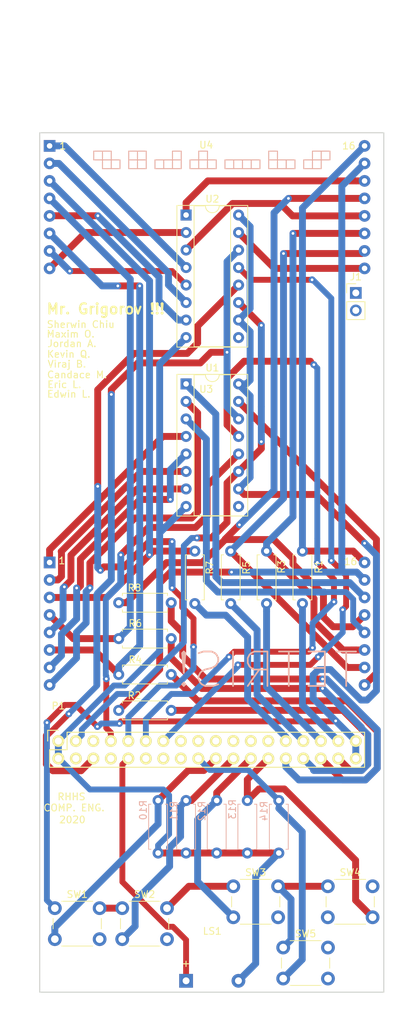
<source format=kicad_pcb>
(kicad_pcb (version 20171130) (host pcbnew "(5.1.5)-3")

  (general
    (thickness 1.6)
    (drawings 98)
    (tracks 524)
    (zones 0)
    (modules 25)
    (nets 63)
  )

  (page A4)
  (layers
    (0 F.Cu signal)
    (31 B.Cu signal)
    (32 B.Adhes user)
    (33 F.Adhes user)
    (34 B.Paste user)
    (35 F.Paste user)
    (36 B.SilkS user)
    (37 F.SilkS user)
    (38 B.Mask user hide)
    (39 F.Mask user hide)
    (40 Dwgs.User user hide)
    (41 Cmts.User user hide)
    (42 Eco1.User user hide)
    (43 Eco2.User user hide)
    (44 Edge.Cuts user)
    (45 Margin user hide)
    (46 B.CrtYd user hide)
    (47 F.CrtYd user hide)
    (48 B.Fab user hide)
    (49 F.Fab user hide)
  )

  (setup
    (last_trace_width 0.85)
    (user_trace_width 0.35)
    (user_trace_width 0.6)
    (user_trace_width 1)
    (trace_clearance 0.375)
    (zone_clearance 0.508)
    (zone_45_only no)
    (trace_min 0.2)
    (via_size 1)
    (via_drill 0.4)
    (via_min_size 0.4)
    (via_min_drill 0.3)
    (uvia_size 0.3)
    (uvia_drill 0.1)
    (uvias_allowed no)
    (uvia_min_size 0.2)
    (uvia_min_drill 0.1)
    (edge_width 0.15)
    (segment_width 0.15)
    (pcb_text_width 0.3)
    (pcb_text_size 1.5 1.5)
    (mod_edge_width 0.15)
    (mod_text_size 1 1)
    (mod_text_width 0.15)
    (pad_size 1.524 1.524)
    (pad_drill 0.762)
    (pad_to_mask_clearance 0)
    (aux_axis_origin 0 0)
    (visible_elements 7FFFFBFF)
    (pcbplotparams
      (layerselection 0x010f0_ffffffff)
      (usegerberextensions false)
      (usegerberattributes false)
      (usegerberadvancedattributes false)
      (creategerberjobfile false)
      (excludeedgelayer true)
      (linewidth 0.100000)
      (plotframeref false)
      (viasonmask false)
      (mode 1)
      (useauxorigin false)
      (hpglpennumber 1)
      (hpglpenspeed 20)
      (hpglpendiameter 15.000000)
      (psnegative false)
      (psa4output false)
      (plotreference true)
      (plotvalue true)
      (plotinvisibletext false)
      (padsonsilk false)
      (subtractmaskfromsilk false)
      (outputformat 1)
      (mirror false)
      (drillshape 0)
      (scaleselection 1)
      (outputdirectory ""))
  )

  (net 0 "")
  (net 1 "/53(SS1)")
  (net 2 "/51(MOSI)")
  (net 3 "Net-(R1-Pad1)")
  (net 4 "Net-(R2-Pad1)")
  (net 5 "Net-(R3-Pad1)")
  (net 6 "Net-(R4-Pad1)")
  (net 7 "Net-(R5-Pad1)")
  (net 8 "Net-(R6-Pad1)")
  (net 9 "Net-(R7-Pad1)")
  (net 10 "Net-(R8-Pad1)")
  (net 11 "Net-(U1-Pad1)")
  (net 12 "Net-(U1-Pad2)")
  (net 13 "Net-(U1-Pad3)")
  (net 14 "Net-(U1-Pad4)")
  (net 15 "Net-(U1-Pad5)")
  (net 16 "Net-(U1-Pad6)")
  (net 17 "Net-(U1-Pad7)")
  (net 18 "Net-(U1-Pad15)")
  (net 19 "Net-(U2-Pad15)")
  (net 20 "Net-(U2-Pad7)")
  (net 21 "Net-(U2-Pad6)")
  (net 22 "Net-(U2-Pad5)")
  (net 23 "Net-(U2-Pad4)")
  (net 24 "Net-(U2-Pad3)")
  (net 25 "Net-(U2-Pad2)")
  (net 26 "Net-(U2-Pad1)")
  (net 27 Q5)
  (net 28 Q3)
  (net 29 Q8)
  (net 30 Q2)
  (net 31 Q1)
  (net 32 Q7)
  (net 33 Q6)
  (net 34 Q4)
  (net 35 IN5)
  (net 36 IN4)
  (net 37 IN3)
  (net 38 IN2)
  (net 39 IN1)
  (net 40 SPK)
  (net 41 SS2)
  (net 42 /43)
  (net 43 OE45)
  (net 44 /41)
  (net 45 OE47)
  (net 46 /36)
  (net 47 /34)
  (net 48 /32)
  (net 49 /30)
  (net 50 "Net-(U1-Pad9)")
  (net 51 "Net-(U2-Pad9)")
  (net 52 "Net-(J1-Pad1)")
  (net 53 "Net-(J1-Pad2)")
  (net 54 "Net-(P1-Pad3)")
  (net 55 "Net-(P1-Pad5)")
  (net 56 /40)
  (net 57 /38)
  (net 58 /45)
  (net 59 "Net-(P1-Pad8)")
  (net 60 "Net-(LS1-Pad2)")
  (net 61 "Net-(P1-Pad35)")
  (net 62 SS1)

  (net_class Default "This is the default net class."
    (clearance 0.375)
    (trace_width 0.85)
    (via_dia 1)
    (via_drill 0.4)
    (uvia_dia 0.3)
    (uvia_drill 0.1)
    (add_net /30)
    (add_net /32)
    (add_net /34)
    (add_net /36)
    (add_net /38)
    (add_net /40)
    (add_net /41)
    (add_net /43)
    (add_net /45)
    (add_net "/51(MOSI)")
    (add_net "/53(SS1)")
    (add_net IN1)
    (add_net IN2)
    (add_net IN3)
    (add_net IN4)
    (add_net IN5)
    (add_net "Net-(J1-Pad1)")
    (add_net "Net-(J1-Pad2)")
    (add_net "Net-(LS1-Pad2)")
    (add_net "Net-(P1-Pad3)")
    (add_net "Net-(P1-Pad35)")
    (add_net "Net-(P1-Pad5)")
    (add_net "Net-(P1-Pad8)")
    (add_net "Net-(U1-Pad1)")
    (add_net "Net-(U1-Pad15)")
    (add_net "Net-(U1-Pad2)")
    (add_net "Net-(U1-Pad3)")
    (add_net "Net-(U1-Pad4)")
    (add_net "Net-(U1-Pad5)")
    (add_net "Net-(U1-Pad6)")
    (add_net "Net-(U1-Pad7)")
    (add_net "Net-(U1-Pad9)")
    (add_net "Net-(U2-Pad1)")
    (add_net "Net-(U2-Pad15)")
    (add_net "Net-(U2-Pad2)")
    (add_net "Net-(U2-Pad3)")
    (add_net "Net-(U2-Pad4)")
    (add_net "Net-(U2-Pad5)")
    (add_net "Net-(U2-Pad6)")
    (add_net "Net-(U2-Pad7)")
    (add_net "Net-(U2-Pad9)")
    (add_net OE45)
    (add_net OE47)
    (add_net SPK)
    (add_net SS1)
    (add_net SS2)
  )

  (net_class Column ""
    (clearance 0.375)
    (trace_width 1)
    (via_dia 0.9)
    (via_drill 0.4)
    (uvia_dia 0.3)
    (uvia_drill 0.2)
    (add_net "Net-(R1-Pad1)")
    (add_net "Net-(R2-Pad1)")
    (add_net "Net-(R3-Pad1)")
    (add_net "Net-(R4-Pad1)")
    (add_net "Net-(R5-Pad1)")
    (add_net "Net-(R6-Pad1)")
    (add_net "Net-(R7-Pad1)")
    (add_net "Net-(R8-Pad1)")
    (add_net Q1)
    (add_net Q2)
    (add_net Q3)
    (add_net Q4)
    (add_net Q5)
    (add_net Q6)
    (add_net Q7)
    (add_net Q8)
  )

  (module Buzzer_Beeper:Buzzer_12x9.5RM7.6 (layer F.Cu) (tedit 5DF13217) (tstamp 5DED7F6D)
    (at 55.245 162.306)
    (descr "Generic Buzzer, D12mm height 9.5mm with RM7.6mm")
    (tags buzzer)
    (path /5DEF4DE8)
    (fp_text reference LS1 (at 3.8 -7.2) (layer F.SilkS)
      (effects (font (size 1 1) (thickness 0.15)))
    )
    (fp_text value Speaker (at 3.8 7.4) (layer F.Fab)
      (effects (font (size 1 1) (thickness 0.15)))
    )
    (fp_text user + (at -0.01 -2.54) (layer F.Fab)
      (effects (font (size 1 1) (thickness 0.15)))
    )
    (fp_text user + (at -0.01 -2.54) (layer F.SilkS)
      (effects (font (size 1 1) (thickness 0.15)))
    )
    (fp_text user %R (at 3.8 -4) (layer F.Fab)
      (effects (font (size 1 1) (thickness 0.15)))
    )
    (fp_circle (center 3.8 0) (end 10.05 0) (layer F.CrtYd) (width 0.05))
    (fp_circle (center 3.8 0) (end 9.8 0) (layer F.Fab) (width 0.1))
    (fp_circle (center 3.8 0) (end 4.8 0) (layer F.Fab) (width 0.1))
    (pad 1 thru_hole rect (at 0 0) (size 2 2) (drill 1) (layers *.Cu *.Mask)
      (net 40 SPK))
    (pad 2 thru_hole circle (at 7.6 0) (size 2 2) (drill 1) (layers *.Cu *.Mask)
      (net 60 "Net-(LS1-Pad2)"))
    (model ${KISYS3DMOD}/Buzzer_Beeper.3dshapes/Buzzer_12x9.5RM7.6.wrl
      (at (xyz 0 0 0))
      (scale (xyz 1 1 1))
      (rotate (xyz 0 0 0))
    )
  )

  (module LEDMatrixFootprint:LEDMatrix8x8 (layer F.Cu) (tedit 5DED1B91) (tstamp 5DED767A)
    (at 58.293 110.49)
    (descr "Through hole straight pin header, 1x08, 2.00mm pitch, single row")
    (tags "Through hole pin header THT 1x08 2.00mm single row")
    (path /5DECADD9)
    (fp_text reference U3 (at -0.127 -34.036) (layer F.SilkS)
      (effects (font (size 1 1) (thickness 0.15)))
    )
    (fp_text value LED8x8Matrix (at 0.127 34.544) (layer F.Fab)
      (effects (font (size 1 1) (thickness 0.15)))
    )
    (fp_line (start -30 -30) (end 30 -30) (layer Dwgs.User) (width 0.12))
    (fp_line (start -30 30) (end -30 -30) (layer Dwgs.User) (width 0.12))
    (fp_line (start 30 30) (end 30 -30) (layer Dwgs.User) (width 0.12))
    (fp_line (start -30 30) (end 30 30) (layer Dwgs.User) (width 0.12))
    (fp_text user 1 (at -21.082 -9.144) (layer F.SilkS)
      (effects (font (size 1 1) (thickness 0.15)))
    )
    (fp_line (start -23.868 -9.66) (end -23.368 -10.16) (layer F.Fab) (width 0.1))
    (fp_line (start -23.368 -10.16) (end -21.868 -10.16) (layer F.Fab) (width 0.1))
    (fp_line (start -21.86 9.906) (end -23.86 9.906) (layer F.Fab) (width 0.1))
    (fp_line (start -23.876 9.906) (end -23.876 -9.652) (layer F.Fab) (width 0.1))
    (fp_line (start -21.86 -10.16) (end -21.86 9.906) (layer F.Fab) (width 0.1))
    (fp_text user 16 (at 20.828 -9.017) (layer F.SilkS)
      (effects (font (size 1 1) (thickness 0.15)))
    )
    (fp_line (start 21.844 -10.16) (end 23.852 -10.16) (layer F.Fab) (width 0.1))
    (fp_line (start 23.86 -10.16) (end 23.86 9.906) (layer F.Fab) (width 0.1))
    (fp_line (start 23.86 9.906) (end 21.86 9.906) (layer F.Fab) (width 0.1))
    (fp_line (start 21.844 9.906) (end 21.844 -10.16) (layer F.Fab) (width 0.1))
    (pad 8 thru_hole oval (at -22.86 8.89) (size 1.7 1.7) (drill 0.8) (layers *.Cu *.Mask)
      (net 12 "Net-(U1-Pad2)"))
    (pad 3 thru_hole oval (at -22.86 -3.81) (size 1.7 1.7) (drill 0.8) (layers *.Cu *.Mask)
      (net 9 "Net-(R7-Pad1)"))
    (pad 6 thru_hole oval (at -22.86 3.81) (size 1.7 1.7) (drill 0.8) (layers *.Cu *.Mask)
      (net 6 "Net-(R4-Pad1)"))
    (pad 2 thru_hole oval (at -22.86 -6.35) (size 1.7 1.7) (drill 0.8) (layers *.Cu *.Mask)
      (net 16 "Net-(U1-Pad6)"))
    (pad 1 thru_hole rect (at -22.86 -8.89) (size 1.7 1.7) (drill 0.8) (layers *.Cu *.Mask)
      (net 14 "Net-(U1-Pad4)"))
    (pad 4 thru_hole oval (at -22.86 -1.27) (size 1.7 1.7) (drill 0.8) (layers *.Cu *.Mask)
      (net 8 "Net-(R6-Pad1)"))
    (pad 7 thru_hole oval (at -22.86 6.35) (size 1.7 1.7) (drill 0.8) (layers *.Cu *.Mask)
      (net 15 "Net-(U1-Pad5)"))
    (pad 5 thru_hole oval (at -22.86 1.27) (size 1.7 1.7) (drill 0.8) (layers *.Cu *.Mask)
      (net 17 "Net-(U1-Pad7)"))
    (pad 14 thru_hole oval (at 22.86 -3.81) (size 1.7 1.7) (drill 0.8) (layers *.Cu *.Mask)
      (net 11 "Net-(U1-Pad1)"))
    (pad 11 thru_hole oval (at 22.86 3.81) (size 1.7 1.7) (drill 0.8) (layers *.Cu *.Mask)
      (net 5 "Net-(R3-Pad1)"))
    (pad 15 thru_hole oval (at 22.86 -6.35) (size 1.7 1.7) (drill 0.8) (layers *.Cu *.Mask)
      (net 4 "Net-(R2-Pad1)"))
    (pad 12 thru_hole oval (at 22.86 1.27) (size 1.7 1.7) (drill 0.8) (layers *.Cu *.Mask)
      (net 13 "Net-(U1-Pad3)"))
    (pad 13 thru_hole oval (at 22.86 -1.27) (size 1.7 1.7) (drill 0.8) (layers *.Cu *.Mask)
      (net 10 "Net-(R8-Pad1)"))
    (pad 10 thru_hole oval (at 22.86 6.35) (size 1.7 1.7) (drill 0.8) (layers *.Cu *.Mask)
      (net 7 "Net-(R5-Pad1)"))
    (pad 9 thru_hole oval (at 22.86 8.89) (size 1.7 1.7) (drill 0.8) (layers *.Cu *.Mask)
      (net 18 "Net-(U1-Pad15)"))
    (pad 16 thru_hole oval (at 22.86 -8.89) (size 1.7 1.7) (drill 0.8) (layers *.Cu *.Mask)
      (net 3 "Net-(R1-Pad1)"))
    (model ${KISYS3DMOD}/Connector_PinHeader_2.00mm.3dshapes/PinHeader_1x08_P2.00mm_Vertical.wrl
      (at (xyz 0 0 0))
      (scale (xyz 1 1 1))
      (rotate (xyz 0 0 0))
    )
  )

  (module Resistor_THT:R_Axial_DIN0207_L6.3mm_D2.5mm_P7.62mm_Horizontal (layer F.Cu) (tedit 5AE5139B) (tstamp 5DEB4D69)
    (at 56.515 99.949 270)
    (descr "Resistor, Axial_DIN0207 series, Axial, Horizontal, pin pitch=7.62mm, 0.25W = 1/4W, length*diameter=6.3*2.5mm^2, http://cdn-reichelt.de/documents/datenblatt/B400/1_4W%23YAG.pdf")
    (tags "Resistor Axial_DIN0207 series Axial Horizontal pin pitch 7.62mm 0.25W = 1/4W length 6.3mm diameter 2.5mm")
    (path /5DFA15C3)
    (fp_text reference R7 (at 2.413 -2.159 90) (layer F.SilkS)
      (effects (font (size 1 1) (thickness 0.15)))
    )
    (fp_text value R100 (at 6.096 -2.159 90) (layer F.Fab)
      (effects (font (size 1 1) (thickness 0.15)))
    )
    (fp_text user %R (at 3.81 0 90) (layer F.Fab)
      (effects (font (size 1 1) (thickness 0.15)))
    )
    (fp_line (start 8.67 -1.5) (end -1.05 -1.5) (layer F.CrtYd) (width 0.05))
    (fp_line (start 8.67 1.5) (end 8.67 -1.5) (layer F.CrtYd) (width 0.05))
    (fp_line (start -1.05 1.5) (end 8.67 1.5) (layer F.CrtYd) (width 0.05))
    (fp_line (start -1.05 -1.5) (end -1.05 1.5) (layer F.CrtYd) (width 0.05))
    (fp_line (start 7.08 1.37) (end 7.08 1.04) (layer F.SilkS) (width 0.12))
    (fp_line (start 0.54 1.37) (end 7.08 1.37) (layer F.SilkS) (width 0.12))
    (fp_line (start 0.54 1.04) (end 0.54 1.37) (layer F.SilkS) (width 0.12))
    (fp_line (start 7.08 -1.37) (end 7.08 -1.04) (layer F.SilkS) (width 0.12))
    (fp_line (start 0.54 -1.37) (end 7.08 -1.37) (layer F.SilkS) (width 0.12))
    (fp_line (start 0.54 -1.04) (end 0.54 -1.37) (layer F.SilkS) (width 0.12))
    (fp_line (start 7.62 0) (end 6.96 0) (layer F.Fab) (width 0.1))
    (fp_line (start 0 0) (end 0.66 0) (layer F.Fab) (width 0.1))
    (fp_line (start 6.96 -1.25) (end 0.66 -1.25) (layer F.Fab) (width 0.1))
    (fp_line (start 6.96 1.25) (end 6.96 -1.25) (layer F.Fab) (width 0.1))
    (fp_line (start 0.66 1.25) (end 6.96 1.25) (layer F.Fab) (width 0.1))
    (fp_line (start 0.66 -1.25) (end 0.66 1.25) (layer F.Fab) (width 0.1))
    (pad 2 thru_hole oval (at 7.62 0 270) (size 1.6 1.6) (drill 0.8) (layers *.Cu *.Mask)
      (net 32 Q7))
    (pad 1 thru_hole circle (at 0 0 270) (size 1.6 1.6) (drill 0.8) (layers *.Cu *.Mask)
      (net 9 "Net-(R7-Pad1)"))
    (model ${KISYS3DMOD}/Resistor_THT.3dshapes/R_Axial_DIN0207_L6.3mm_D2.5mm_P7.62mm_Horizontal.wrl
      (at (xyz 0 0 0))
      (scale (xyz 1 1 1))
      (rotate (xyz 0 0 0))
    )
  )

  (module Socket_Arduino_Mega:Socket_Strip_Arduino_2x18 (layer F.Cu) (tedit 5519A013) (tstamp 5DEB4CC8)
    (at 36.703 127.508)
    (descr "Through hole socket strip")
    (tags "socket strip")
    (path /56D743B5)
    (fp_text reference P1 (at 0 -5.1 180) (layer F.SilkS)
      (effects (font (size 1 1) (thickness 0.15)))
    )
    (fp_text value Digital (at 0 -3.1 180) (layer F.Fab)
      (effects (font (size 1 1) (thickness 0.15)))
    )
    (fp_line (start -1.75 -1.75) (end -1.75 4.3) (layer F.CrtYd) (width 0.05))
    (fp_line (start 44.95 -1.75) (end 44.95 4.3) (layer F.CrtYd) (width 0.05))
    (fp_line (start -1.75 -1.75) (end 44.95 -1.75) (layer F.CrtYd) (width 0.05))
    (fp_line (start -1.75 4.3) (end 44.95 4.3) (layer F.CrtYd) (width 0.05))
    (fp_line (start -1.27 3.81) (end 44.45 3.81) (layer F.SilkS) (width 0.15))
    (fp_line (start 44.45 -1.27) (end 1.27 -1.27) (layer F.SilkS) (width 0.15))
    (fp_line (start 44.45 3.81) (end 44.45 -1.27) (layer F.SilkS) (width 0.15))
    (fp_line (start -1.27 3.81) (end -1.27 1.27) (layer F.SilkS) (width 0.15))
    (fp_line (start 0 -1.55) (end -1.55 -1.55) (layer F.SilkS) (width 0.15))
    (fp_line (start -1.27 1.27) (end 1.27 1.27) (layer F.SilkS) (width 0.15))
    (fp_line (start 1.27 1.27) (end 1.27 -1.27) (layer F.SilkS) (width 0.15))
    (fp_line (start -1.55 -1.55) (end -1.55 0) (layer F.SilkS) (width 0.15))
    (pad 1 thru_hole circle (at 0 0) (size 1.7272 1.7272) (drill 1.016) (layers *.Cu *.Mask F.SilkS)
      (net 60 "Net-(LS1-Pad2)"))
    (pad 2 thru_hole oval (at 0 2.54) (size 1.7272 1.7272) (drill 1.016) (layers *.Cu *.Mask F.SilkS)
      (net 60 "Net-(LS1-Pad2)"))
    (pad 3 thru_hole oval (at 2.54 0) (size 1.7272 1.7272) (drill 1.016) (layers *.Cu *.Mask F.SilkS)
      (net 54 "Net-(P1-Pad3)"))
    (pad 4 thru_hole oval (at 2.54 2.54) (size 1.7272 1.7272) (drill 1.016) (layers *.Cu *.Mask F.SilkS)
      (net 1 "/53(SS1)"))
    (pad 5 thru_hole oval (at 5.08 0) (size 1.7272 1.7272) (drill 1.016) (layers *.Cu *.Mask F.SilkS)
      (net 55 "Net-(P1-Pad5)"))
    (pad 6 thru_hole oval (at 5.08 2.54) (size 1.7272 1.7272) (drill 1.016) (layers *.Cu *.Mask F.SilkS)
      (net 2 "/51(MOSI)"))
    (pad 7 thru_hole oval (at 7.62 0) (size 1.7272 1.7272) (drill 1.016) (layers *.Cu *.Mask F.SilkS)
      (net 62 SS1))
    (pad 8 thru_hole oval (at 7.62 2.54) (size 1.7272 1.7272) (drill 1.016) (layers *.Cu *.Mask F.SilkS)
      (net 59 "Net-(P1-Pad8)"))
    (pad 9 thru_hole oval (at 10.16 0) (size 1.7272 1.7272) (drill 1.016) (layers *.Cu *.Mask F.SilkS)
      (net 41 SS2))
    (pad 10 thru_hole oval (at 10.16 2.54) (size 1.7272 1.7272) (drill 1.016) (layers *.Cu *.Mask F.SilkS)
      (net 40 SPK))
    (pad 11 thru_hole oval (at 12.7 0) (size 1.7272 1.7272) (drill 1.016) (layers *.Cu *.Mask F.SilkS)
      (net 43 OE45))
    (pad 12 thru_hole oval (at 12.7 2.54) (size 1.7272 1.7272) (drill 1.016) (layers *.Cu *.Mask F.SilkS)
      (net 58 /45))
    (pad 13 thru_hole oval (at 15.24 0) (size 1.7272 1.7272) (drill 1.016) (layers *.Cu *.Mask F.SilkS)
      (net 45 OE47))
    (pad 14 thru_hole oval (at 15.24 2.54) (size 1.7272 1.7272) (drill 1.016) (layers *.Cu *.Mask F.SilkS)
      (net 42 /43))
    (pad 15 thru_hole oval (at 17.78 0) (size 1.7272 1.7272) (drill 1.016) (layers *.Cu *.Mask F.SilkS)
      (net 56 /40))
    (pad 16 thru_hole oval (at 17.78 2.54) (size 1.7272 1.7272) (drill 1.016) (layers *.Cu *.Mask F.SilkS)
      (net 44 /41))
    (pad 17 thru_hole oval (at 20.32 0) (size 1.7272 1.7272) (drill 1.016) (layers *.Cu *.Mask F.SilkS)
      (net 57 /38))
    (pad 18 thru_hole oval (at 20.32 2.54) (size 1.7272 1.7272) (drill 1.016) (layers *.Cu *.Mask F.SilkS)
      (net 35 IN5))
    (pad 19 thru_hole oval (at 22.86 0) (size 1.7272 1.7272) (drill 1.016) (layers *.Cu *.Mask F.SilkS)
      (net 46 /36))
    (pad 20 thru_hole oval (at 22.86 2.54) (size 1.7272 1.7272) (drill 1.016) (layers *.Cu *.Mask F.SilkS)
      (net 39 IN1))
    (pad 21 thru_hole oval (at 25.4 0) (size 1.7272 1.7272) (drill 1.016) (layers *.Cu *.Mask F.SilkS)
      (net 47 /34))
    (pad 22 thru_hole oval (at 25.4 2.54) (size 1.7272 1.7272) (drill 1.016) (layers *.Cu *.Mask F.SilkS)
      (net 38 IN2))
    (pad 23 thru_hole oval (at 27.94 0) (size 1.7272 1.7272) (drill 1.016) (layers *.Cu *.Mask F.SilkS)
      (net 48 /32))
    (pad 24 thru_hole oval (at 27.94 2.54) (size 1.7272 1.7272) (drill 1.016) (layers *.Cu *.Mask F.SilkS)
      (net 37 IN3))
    (pad 25 thru_hole oval (at 30.48 0) (size 1.7272 1.7272) (drill 1.016) (layers *.Cu *.Mask F.SilkS)
      (net 49 /30))
    (pad 26 thru_hole oval (at 30.48 2.54) (size 1.7272 1.7272) (drill 1.016) (layers *.Cu *.Mask F.SilkS)
      (net 36 IN4))
    (pad 27 thru_hole oval (at 33.02 0) (size 1.7272 1.7272) (drill 1.016) (layers *.Cu *.Mask F.SilkS)
      (net 32 Q7))
    (pad 28 thru_hole oval (at 33.02 2.54) (size 1.7272 1.7272) (drill 1.016) (layers *.Cu *.Mask F.SilkS)
      (net 29 Q8))
    (pad 29 thru_hole oval (at 35.56 0) (size 1.7272 1.7272) (drill 1.016) (layers *.Cu *.Mask F.SilkS)
      (net 27 Q5))
    (pad 30 thru_hole oval (at 35.56 2.54) (size 1.7272 1.7272) (drill 1.016) (layers *.Cu *.Mask F.SilkS)
      (net 33 Q6))
    (pad 31 thru_hole oval (at 38.1 0) (size 1.7272 1.7272) (drill 1.016) (layers *.Cu *.Mask F.SilkS)
      (net 28 Q3))
    (pad 32 thru_hole oval (at 38.1 2.54) (size 1.7272 1.7272) (drill 1.016) (layers *.Cu *.Mask F.SilkS)
      (net 34 Q4))
    (pad 33 thru_hole oval (at 40.64 0) (size 1.7272 1.7272) (drill 1.016) (layers *.Cu *.Mask F.SilkS)
      (net 31 Q1))
    (pad 34 thru_hole oval (at 40.64 2.54) (size 1.7272 1.7272) (drill 1.016) (layers *.Cu *.Mask F.SilkS)
      (net 30 Q2))
    (pad 35 thru_hole oval (at 43.18 0) (size 1.7272 1.7272) (drill 1.016) (layers *.Cu *.Mask F.SilkS)
      (net 61 "Net-(P1-Pad35)"))
    (pad 36 thru_hole oval (at 43.18 2.54) (size 1.7272 1.7272) (drill 1.016) (layers *.Cu *.Mask F.SilkS)
      (net 61 "Net-(P1-Pad35)"))
    (model ${KIPRJMOD}/Socket_Arduino_Mega.3dshapes/Socket_header_Arduino_2x18.wrl
      (offset (xyz 21.58999967575073 -1.269999980926514 0))
      (scale (xyz 1 1 1))
      (rotate (xyz 0 0 180))
    )
  )

  (module Resistor_THT:R_Axial_DIN0207_L6.3mm_D2.5mm_P7.62mm_Horizontal (layer F.Cu) (tedit 5AE5139B) (tstamp 5DEB4CDF)
    (at 72.136 99.949 270)
    (descr "Resistor, Axial_DIN0207 series, Axial, Horizontal, pin pitch=7.62mm, 0.25W = 1/4W, length*diameter=6.3*2.5mm^2, http://cdn-reichelt.de/documents/datenblatt/B400/1_4W%23YAG.pdf")
    (tags "Resistor Axial_DIN0207 series Axial Horizontal pin pitch 7.62mm 0.25W = 1/4W length 6.3mm diameter 2.5mm")
    (path /5DF02DCD)
    (fp_text reference R1 (at 2.286 -2.37 90) (layer F.SilkS)
      (effects (font (size 1 1) (thickness 0.15)))
    )
    (fp_text value R100 (at 6.096 -2.286 90) (layer F.Fab)
      (effects (font (size 1 1) (thickness 0.15)))
    )
    (fp_line (start 0.66 -1.25) (end 0.66 1.25) (layer F.Fab) (width 0.1))
    (fp_line (start 0.66 1.25) (end 6.96 1.25) (layer F.Fab) (width 0.1))
    (fp_line (start 6.96 1.25) (end 6.96 -1.25) (layer F.Fab) (width 0.1))
    (fp_line (start 6.96 -1.25) (end 0.66 -1.25) (layer F.Fab) (width 0.1))
    (fp_line (start 0 0) (end 0.66 0) (layer F.Fab) (width 0.1))
    (fp_line (start 7.62 0) (end 6.96 0) (layer F.Fab) (width 0.1))
    (fp_line (start 0.54 -1.04) (end 0.54 -1.37) (layer F.SilkS) (width 0.12))
    (fp_line (start 0.54 -1.37) (end 7.08 -1.37) (layer F.SilkS) (width 0.12))
    (fp_line (start 7.08 -1.37) (end 7.08 -1.04) (layer F.SilkS) (width 0.12))
    (fp_line (start 0.54 1.04) (end 0.54 1.37) (layer F.SilkS) (width 0.12))
    (fp_line (start 0.54 1.37) (end 7.08 1.37) (layer F.SilkS) (width 0.12))
    (fp_line (start 7.08 1.37) (end 7.08 1.04) (layer F.SilkS) (width 0.12))
    (fp_line (start -1.05 -1.5) (end -1.05 1.5) (layer F.CrtYd) (width 0.05))
    (fp_line (start -1.05 1.5) (end 8.67 1.5) (layer F.CrtYd) (width 0.05))
    (fp_line (start 8.67 1.5) (end 8.67 -1.5) (layer F.CrtYd) (width 0.05))
    (fp_line (start 8.67 -1.5) (end -1.05 -1.5) (layer F.CrtYd) (width 0.05))
    (fp_text user %R (at 3.81 0 90) (layer F.Fab)
      (effects (font (size 1 1) (thickness 0.15)))
    )
    (pad 1 thru_hole circle (at 0 0 270) (size 1.6 1.6) (drill 0.8) (layers *.Cu *.Mask)
      (net 3 "Net-(R1-Pad1)"))
    (pad 2 thru_hole oval (at 7.62 0 270) (size 1.6 1.6) (drill 0.8) (layers *.Cu *.Mask)
      (net 31 Q1))
    (model ${KISYS3DMOD}/Resistor_THT.3dshapes/R_Axial_DIN0207_L6.3mm_D2.5mm_P7.62mm_Horizontal.wrl
      (at (xyz 0 0 0))
      (scale (xyz 1 1 1))
      (rotate (xyz 0 0 0))
    )
  )

  (module Resistor_THT:R_Axial_DIN0207_L6.3mm_D2.5mm_P7.62mm_Horizontal (layer F.Cu) (tedit 5AE5139B) (tstamp 5DEB4CF6)
    (at 45.466 123.063)
    (descr "Resistor, Axial_DIN0207 series, Axial, Horizontal, pin pitch=7.62mm, 0.25W = 1/4W, length*diameter=6.3*2.5mm^2, http://cdn-reichelt.de/documents/datenblatt/B400/1_4W%23YAG.pdf")
    (tags "Resistor Axial_DIN0207 series Axial Horizontal pin pitch 7.62mm 0.25W = 1/4W length 6.3mm diameter 2.5mm")
    (path /5DF86757)
    (fp_text reference R2 (at 2.286 -2.159) (layer F.SilkS)
      (effects (font (size 1 1) (thickness 0.15)))
    )
    (fp_text value R100 (at 6.096 -2.159) (layer F.Fab)
      (effects (font (size 1 1) (thickness 0.15)))
    )
    (fp_text user %R (at 3.81 0) (layer F.Fab)
      (effects (font (size 1 1) (thickness 0.15)))
    )
    (fp_line (start 8.67 -1.5) (end -1.05 -1.5) (layer F.CrtYd) (width 0.05))
    (fp_line (start 8.67 1.5) (end 8.67 -1.5) (layer F.CrtYd) (width 0.05))
    (fp_line (start -1.05 1.5) (end 8.67 1.5) (layer F.CrtYd) (width 0.05))
    (fp_line (start -1.05 -1.5) (end -1.05 1.5) (layer F.CrtYd) (width 0.05))
    (fp_line (start 7.08 1.37) (end 7.08 1.04) (layer F.SilkS) (width 0.12))
    (fp_line (start 0.54 1.37) (end 7.08 1.37) (layer F.SilkS) (width 0.12))
    (fp_line (start 0.54 1.04) (end 0.54 1.37) (layer F.SilkS) (width 0.12))
    (fp_line (start 7.08 -1.37) (end 7.08 -1.04) (layer F.SilkS) (width 0.12))
    (fp_line (start 0.54 -1.37) (end 7.08 -1.37) (layer F.SilkS) (width 0.12))
    (fp_line (start 0.54 -1.04) (end 0.54 -1.37) (layer F.SilkS) (width 0.12))
    (fp_line (start 7.62 0) (end 6.96 0) (layer F.Fab) (width 0.1))
    (fp_line (start 0 0) (end 0.66 0) (layer F.Fab) (width 0.1))
    (fp_line (start 6.96 -1.25) (end 0.66 -1.25) (layer F.Fab) (width 0.1))
    (fp_line (start 6.96 1.25) (end 6.96 -1.25) (layer F.Fab) (width 0.1))
    (fp_line (start 0.66 1.25) (end 6.96 1.25) (layer F.Fab) (width 0.1))
    (fp_line (start 0.66 -1.25) (end 0.66 1.25) (layer F.Fab) (width 0.1))
    (pad 2 thru_hole oval (at 7.62 0) (size 1.6 1.6) (drill 0.8) (layers *.Cu *.Mask)
      (net 30 Q2))
    (pad 1 thru_hole circle (at 0 0) (size 1.6 1.6) (drill 0.8) (layers *.Cu *.Mask)
      (net 4 "Net-(R2-Pad1)"))
    (model ${KISYS3DMOD}/Resistor_THT.3dshapes/R_Axial_DIN0207_L6.3mm_D2.5mm_P7.62mm_Horizontal.wrl
      (at (xyz 0 0 0))
      (scale (xyz 1 1 1))
      (rotate (xyz 0 0 0))
    )
  )

  (module Resistor_THT:R_Axial_DIN0207_L6.3mm_D2.5mm_P7.62mm_Horizontal (layer F.Cu) (tedit 5AE5139B) (tstamp 5DEB4D0D)
    (at 66.929 99.949 270)
    (descr "Resistor, Axial_DIN0207 series, Axial, Horizontal, pin pitch=7.62mm, 0.25W = 1/4W, length*diameter=6.3*2.5mm^2, http://cdn-reichelt.de/documents/datenblatt/B400/1_4W%23YAG.pdf")
    (tags "Resistor Axial_DIN0207 series Axial Horizontal pin pitch 7.62mm 0.25W = 1/4W length 6.3mm diameter 2.5mm")
    (path /5DF8BD91)
    (fp_text reference R3 (at 2.286 -2.159 90) (layer F.SilkS)
      (effects (font (size 1 1) (thickness 0.15)))
    )
    (fp_text value R100 (at 6.096 -2.159 90) (layer F.Fab)
      (effects (font (size 1 1) (thickness 0.15)))
    )
    (fp_text user %R (at 3.81 0 90) (layer F.Fab)
      (effects (font (size 1 1) (thickness 0.15)))
    )
    (fp_line (start 8.67 -1.5) (end -1.05 -1.5) (layer F.CrtYd) (width 0.05))
    (fp_line (start 8.67 1.5) (end 8.67 -1.5) (layer F.CrtYd) (width 0.05))
    (fp_line (start -1.05 1.5) (end 8.67 1.5) (layer F.CrtYd) (width 0.05))
    (fp_line (start -1.05 -1.5) (end -1.05 1.5) (layer F.CrtYd) (width 0.05))
    (fp_line (start 7.08 1.37) (end 7.08 1.04) (layer F.SilkS) (width 0.12))
    (fp_line (start 0.54 1.37) (end 7.08 1.37) (layer F.SilkS) (width 0.12))
    (fp_line (start 0.54 1.04) (end 0.54 1.37) (layer F.SilkS) (width 0.12))
    (fp_line (start 7.08 -1.37) (end 7.08 -1.04) (layer F.SilkS) (width 0.12))
    (fp_line (start 0.54 -1.37) (end 7.08 -1.37) (layer F.SilkS) (width 0.12))
    (fp_line (start 0.54 -1.04) (end 0.54 -1.37) (layer F.SilkS) (width 0.12))
    (fp_line (start 7.62 0) (end 6.96 0) (layer F.Fab) (width 0.1))
    (fp_line (start 0 0) (end 0.66 0) (layer F.Fab) (width 0.1))
    (fp_line (start 6.96 -1.25) (end 0.66 -1.25) (layer F.Fab) (width 0.1))
    (fp_line (start 6.96 1.25) (end 6.96 -1.25) (layer F.Fab) (width 0.1))
    (fp_line (start 0.66 1.25) (end 6.96 1.25) (layer F.Fab) (width 0.1))
    (fp_line (start 0.66 -1.25) (end 0.66 1.25) (layer F.Fab) (width 0.1))
    (pad 2 thru_hole oval (at 7.62 0 270) (size 1.6 1.6) (drill 0.8) (layers *.Cu *.Mask)
      (net 28 Q3))
    (pad 1 thru_hole circle (at 0 0 270) (size 1.6 1.6) (drill 0.8) (layers *.Cu *.Mask)
      (net 5 "Net-(R3-Pad1)"))
    (model ${KISYS3DMOD}/Resistor_THT.3dshapes/R_Axial_DIN0207_L6.3mm_D2.5mm_P7.62mm_Horizontal.wrl
      (at (xyz 0 0 0))
      (scale (xyz 1 1 1))
      (rotate (xyz 0 0 0))
    )
  )

  (module Resistor_THT:R_Axial_DIN0207_L6.3mm_D2.5mm_P7.62mm_Horizontal (layer F.Cu) (tedit 5AE5139B) (tstamp 5DEB4D24)
    (at 45.466 117.856)
    (descr "Resistor, Axial_DIN0207 series, Axial, Horizontal, pin pitch=7.62mm, 0.25W = 1/4W, length*diameter=6.3*2.5mm^2, http://cdn-reichelt.de/documents/datenblatt/B400/1_4W%23YAG.pdf")
    (tags "Resistor Axial_DIN0207 series Axial Horizontal pin pitch 7.62mm 0.25W = 1/4W length 6.3mm diameter 2.5mm")
    (path /5DF9150E)
    (fp_text reference R4 (at 2.413 -2.148001) (layer F.SilkS)
      (effects (font (size 1 1) (thickness 0.15)))
    )
    (fp_text value R100 (at 6.096 -2.159) (layer F.Fab)
      (effects (font (size 1 1) (thickness 0.15)))
    )
    (fp_text user %R (at 3.81 0) (layer F.Fab)
      (effects (font (size 1 1) (thickness 0.15)))
    )
    (fp_line (start 8.67 -1.5) (end -1.05 -1.5) (layer F.CrtYd) (width 0.05))
    (fp_line (start 8.67 1.5) (end 8.67 -1.5) (layer F.CrtYd) (width 0.05))
    (fp_line (start -1.05 1.5) (end 8.67 1.5) (layer F.CrtYd) (width 0.05))
    (fp_line (start -1.05 -1.5) (end -1.05 1.5) (layer F.CrtYd) (width 0.05))
    (fp_line (start 7.08 1.37) (end 7.08 1.04) (layer F.SilkS) (width 0.12))
    (fp_line (start 0.54 1.37) (end 7.08 1.37) (layer F.SilkS) (width 0.12))
    (fp_line (start 0.54 1.04) (end 0.54 1.37) (layer F.SilkS) (width 0.12))
    (fp_line (start 7.08 -1.37) (end 7.08 -1.04) (layer F.SilkS) (width 0.12))
    (fp_line (start 0.54 -1.37) (end 7.08 -1.37) (layer F.SilkS) (width 0.12))
    (fp_line (start 0.54 -1.04) (end 0.54 -1.37) (layer F.SilkS) (width 0.12))
    (fp_line (start 7.62 0) (end 6.96 0) (layer F.Fab) (width 0.1))
    (fp_line (start 0 0) (end 0.66 0) (layer F.Fab) (width 0.1))
    (fp_line (start 6.96 -1.25) (end 0.66 -1.25) (layer F.Fab) (width 0.1))
    (fp_line (start 6.96 1.25) (end 6.96 -1.25) (layer F.Fab) (width 0.1))
    (fp_line (start 0.66 1.25) (end 6.96 1.25) (layer F.Fab) (width 0.1))
    (fp_line (start 0.66 -1.25) (end 0.66 1.25) (layer F.Fab) (width 0.1))
    (pad 2 thru_hole oval (at 7.62 0) (size 1.6 1.6) (drill 0.8) (layers *.Cu *.Mask)
      (net 34 Q4))
    (pad 1 thru_hole circle (at 0 0) (size 1.6 1.6) (drill 0.8) (layers *.Cu *.Mask)
      (net 6 "Net-(R4-Pad1)"))
    (model ${KISYS3DMOD}/Resistor_THT.3dshapes/R_Axial_DIN0207_L6.3mm_D2.5mm_P7.62mm_Horizontal.wrl
      (at (xyz 0 0 0))
      (scale (xyz 1 1 1))
      (rotate (xyz 0 0 0))
    )
  )

  (module Resistor_THT:R_Axial_DIN0207_L6.3mm_D2.5mm_P7.62mm_Horizontal (layer F.Cu) (tedit 5AE5139B) (tstamp 5DEB4D3B)
    (at 61.722 99.949 270)
    (descr "Resistor, Axial_DIN0207 series, Axial, Horizontal, pin pitch=7.62mm, 0.25W = 1/4W, length*diameter=6.3*2.5mm^2, http://cdn-reichelt.de/documents/datenblatt/B400/1_4W%23YAG.pdf")
    (tags "Resistor Axial_DIN0207 series Axial Horizontal pin pitch 7.62mm 0.25W = 1/4W length 6.3mm diameter 2.5mm")
    (path /5DF96B98)
    (fp_text reference R5 (at 2.413 -2.286 90) (layer F.SilkS)
      (effects (font (size 1 1) (thickness 0.15)))
    )
    (fp_text value R100 (at 6.096 -2.159 90) (layer F.Fab)
      (effects (font (size 1 1) (thickness 0.15)))
    )
    (fp_line (start 0.66 -1.25) (end 0.66 1.25) (layer F.Fab) (width 0.1))
    (fp_line (start 0.66 1.25) (end 6.96 1.25) (layer F.Fab) (width 0.1))
    (fp_line (start 6.96 1.25) (end 6.96 -1.25) (layer F.Fab) (width 0.1))
    (fp_line (start 6.96 -1.25) (end 0.66 -1.25) (layer F.Fab) (width 0.1))
    (fp_line (start 0 0) (end 0.66 0) (layer F.Fab) (width 0.1))
    (fp_line (start 7.62 0) (end 6.96 0) (layer F.Fab) (width 0.1))
    (fp_line (start 0.54 -1.04) (end 0.54 -1.37) (layer F.SilkS) (width 0.12))
    (fp_line (start 0.54 -1.37) (end 7.08 -1.37) (layer F.SilkS) (width 0.12))
    (fp_line (start 7.08 -1.37) (end 7.08 -1.04) (layer F.SilkS) (width 0.12))
    (fp_line (start 0.54 1.04) (end 0.54 1.37) (layer F.SilkS) (width 0.12))
    (fp_line (start 0.54 1.37) (end 7.08 1.37) (layer F.SilkS) (width 0.12))
    (fp_line (start 7.08 1.37) (end 7.08 1.04) (layer F.SilkS) (width 0.12))
    (fp_line (start -1.05 -1.5) (end -1.05 1.5) (layer F.CrtYd) (width 0.05))
    (fp_line (start -1.05 1.5) (end 8.67 1.5) (layer F.CrtYd) (width 0.05))
    (fp_line (start 8.67 1.5) (end 8.67 -1.5) (layer F.CrtYd) (width 0.05))
    (fp_line (start 8.67 -1.5) (end -1.05 -1.5) (layer F.CrtYd) (width 0.05))
    (fp_text user %R (at 3.81 0 90) (layer F.Fab)
      (effects (font (size 1 1) (thickness 0.15)))
    )
    (pad 1 thru_hole circle (at 0 0 270) (size 1.6 1.6) (drill 0.8) (layers *.Cu *.Mask)
      (net 7 "Net-(R5-Pad1)"))
    (pad 2 thru_hole oval (at 7.62 0 270) (size 1.6 1.6) (drill 0.8) (layers *.Cu *.Mask)
      (net 27 Q5))
    (model ${KISYS3DMOD}/Resistor_THT.3dshapes/R_Axial_DIN0207_L6.3mm_D2.5mm_P7.62mm_Horizontal.wrl
      (at (xyz 0 0 0))
      (scale (xyz 1 1 1))
      (rotate (xyz 0 0 0))
    )
  )

  (module Resistor_THT:R_Axial_DIN0207_L6.3mm_D2.5mm_P7.62mm_Horizontal (layer F.Cu) (tedit 5AE5139B) (tstamp 5DEB4D52)
    (at 45.466 112.649)
    (descr "Resistor, Axial_DIN0207 series, Axial, Horizontal, pin pitch=7.62mm, 0.25W = 1/4W, length*diameter=6.3*2.5mm^2, http://cdn-reichelt.de/documents/datenblatt/B400/1_4W%23YAG.pdf")
    (tags "Resistor Axial_DIN0207 series Axial Horizontal pin pitch 7.62mm 0.25W = 1/4W length 6.3mm diameter 2.5mm")
    (path /5DF9C06C)
    (fp_text reference R6 (at 2.406999 -2.210001) (layer F.SilkS)
      (effects (font (size 1 1) (thickness 0.15)))
    )
    (fp_text value R100 (at 6.089999 -2.210001) (layer F.Fab)
      (effects (font (size 1 1) (thickness 0.15)))
    )
    (fp_text user %R (at 3.81 0) (layer F.Fab)
      (effects (font (size 1 1) (thickness 0.15)))
    )
    (fp_line (start 8.67 -1.5) (end -1.05 -1.5) (layer F.CrtYd) (width 0.05))
    (fp_line (start 8.67 1.5) (end 8.67 -1.5) (layer F.CrtYd) (width 0.05))
    (fp_line (start -1.05 1.5) (end 8.67 1.5) (layer F.CrtYd) (width 0.05))
    (fp_line (start -1.05 -1.5) (end -1.05 1.5) (layer F.CrtYd) (width 0.05))
    (fp_line (start 7.08 1.37) (end 7.08 1.04) (layer F.SilkS) (width 0.12))
    (fp_line (start 0.54 1.37) (end 7.08 1.37) (layer F.SilkS) (width 0.12))
    (fp_line (start 0.54 1.04) (end 0.54 1.37) (layer F.SilkS) (width 0.12))
    (fp_line (start 7.08 -1.37) (end 7.08 -1.04) (layer F.SilkS) (width 0.12))
    (fp_line (start 0.54 -1.37) (end 7.08 -1.37) (layer F.SilkS) (width 0.12))
    (fp_line (start 0.54 -1.04) (end 0.54 -1.37) (layer F.SilkS) (width 0.12))
    (fp_line (start 7.62 0) (end 6.96 0) (layer F.Fab) (width 0.1))
    (fp_line (start 0 0) (end 0.66 0) (layer F.Fab) (width 0.1))
    (fp_line (start 6.96 -1.25) (end 0.66 -1.25) (layer F.Fab) (width 0.1))
    (fp_line (start 6.96 1.25) (end 6.96 -1.25) (layer F.Fab) (width 0.1))
    (fp_line (start 0.66 1.25) (end 6.96 1.25) (layer F.Fab) (width 0.1))
    (fp_line (start 0.66 -1.25) (end 0.66 1.25) (layer F.Fab) (width 0.1))
    (pad 2 thru_hole oval (at 7.62 0) (size 1.6 1.6) (drill 0.8) (layers *.Cu *.Mask)
      (net 33 Q6))
    (pad 1 thru_hole circle (at 0 0) (size 1.6 1.6) (drill 0.8) (layers *.Cu *.Mask)
      (net 8 "Net-(R6-Pad1)"))
    (model ${KISYS3DMOD}/Resistor_THT.3dshapes/R_Axial_DIN0207_L6.3mm_D2.5mm_P7.62mm_Horizontal.wrl
      (at (xyz 0 0 0))
      (scale (xyz 1 1 1))
      (rotate (xyz 0 0 0))
    )
  )

  (module Resistor_THT:R_Axial_DIN0207_L6.3mm_D2.5mm_P7.62mm_Horizontal (layer F.Cu) (tedit 5AE5139B) (tstamp 5DEB4D80)
    (at 45.466 107.442)
    (descr "Resistor, Axial_DIN0207 series, Axial, Horizontal, pin pitch=7.62mm, 0.25W = 1/4W, length*diameter=6.3*2.5mm^2, http://cdn-reichelt.de/documents/datenblatt/B400/1_4W%23YAG.pdf")
    (tags "Resistor Axial_DIN0207 series Axial Horizontal pin pitch 7.62mm 0.25W = 1/4W length 6.3mm diameter 2.5mm")
    (path /5DFD6C82)
    (fp_text reference R8 (at 2.286 -2.159) (layer F.SilkS)
      (effects (font (size 1 1) (thickness 0.15)))
    )
    (fp_text value R100 (at 6.096 -2.159) (layer F.Fab)
      (effects (font (size 1 1) (thickness 0.15)))
    )
    (fp_line (start 0.66 -1.25) (end 0.66 1.25) (layer F.Fab) (width 0.1))
    (fp_line (start 0.66 1.25) (end 6.96 1.25) (layer F.Fab) (width 0.1))
    (fp_line (start 6.96 1.25) (end 6.96 -1.25) (layer F.Fab) (width 0.1))
    (fp_line (start 6.96 -1.25) (end 0.66 -1.25) (layer F.Fab) (width 0.1))
    (fp_line (start 0 0) (end 0.66 0) (layer F.Fab) (width 0.1))
    (fp_line (start 7.62 0) (end 6.96 0) (layer F.Fab) (width 0.1))
    (fp_line (start 0.54 -1.04) (end 0.54 -1.37) (layer F.SilkS) (width 0.12))
    (fp_line (start 0.54 -1.37) (end 7.08 -1.37) (layer F.SilkS) (width 0.12))
    (fp_line (start 7.08 -1.37) (end 7.08 -1.04) (layer F.SilkS) (width 0.12))
    (fp_line (start 0.54 1.04) (end 0.54 1.37) (layer F.SilkS) (width 0.12))
    (fp_line (start 0.54 1.37) (end 7.08 1.37) (layer F.SilkS) (width 0.12))
    (fp_line (start 7.08 1.37) (end 7.08 1.04) (layer F.SilkS) (width 0.12))
    (fp_line (start -1.05 -1.5) (end -1.05 1.5) (layer F.CrtYd) (width 0.05))
    (fp_line (start -1.05 1.5) (end 8.67 1.5) (layer F.CrtYd) (width 0.05))
    (fp_line (start 8.67 1.5) (end 8.67 -1.5) (layer F.CrtYd) (width 0.05))
    (fp_line (start 8.67 -1.5) (end -1.05 -1.5) (layer F.CrtYd) (width 0.05))
    (fp_text user %R (at 3.81 0) (layer F.Fab)
      (effects (font (size 1 1) (thickness 0.15)))
    )
    (pad 1 thru_hole circle (at 0 0) (size 1.6 1.6) (drill 0.8) (layers *.Cu *.Mask)
      (net 10 "Net-(R8-Pad1)"))
    (pad 2 thru_hole oval (at 7.62 0) (size 1.6 1.6) (drill 0.8) (layers *.Cu *.Mask)
      (net 29 Q8))
    (model ${KISYS3DMOD}/Resistor_THT.3dshapes/R_Axial_DIN0207_L6.3mm_D2.5mm_P7.62mm_Horizontal.wrl
      (at (xyz 0 0 0))
      (scale (xyz 1 1 1))
      (rotate (xyz 0 0 0))
    )
  )

  (module Resistor_THT:R_Axial_DIN0207_L6.3mm_D2.5mm_P7.62mm_Horizontal (layer B.Cu) (tedit 5AE5139B) (tstamp 5DEB4D97)
    (at 51.181 136.144 270)
    (descr "Resistor, Axial_DIN0207 series, Axial, Horizontal, pin pitch=7.62mm, 0.25W = 1/4W, length*diameter=6.3*2.5mm^2, http://cdn-reichelt.de/documents/datenblatt/B400/1_4W%23YAG.pdf")
    (tags "Resistor Axial_DIN0207 series Axial Horizontal pin pitch 7.62mm 0.25W = 1/4W length 6.3mm diameter 2.5mm")
    (path /5E01E05F)
    (fp_text reference R10 (at 1.397 2.159 270) (layer B.SilkS)
      (effects (font (size 1 1) (thickness 0.15)) (justify mirror))
    )
    (fp_text value R10k (at 5.588 2.159 270) (layer B.Fab)
      (effects (font (size 1 1) (thickness 0.15)) (justify mirror))
    )
    (fp_line (start 0.66 1.25) (end 0.66 -1.25) (layer B.Fab) (width 0.1))
    (fp_line (start 0.66 -1.25) (end 6.96 -1.25) (layer B.Fab) (width 0.1))
    (fp_line (start 6.96 -1.25) (end 6.96 1.25) (layer B.Fab) (width 0.1))
    (fp_line (start 6.96 1.25) (end 0.66 1.25) (layer B.Fab) (width 0.1))
    (fp_line (start 0 0) (end 0.66 0) (layer B.Fab) (width 0.1))
    (fp_line (start 7.62 0) (end 6.96 0) (layer B.Fab) (width 0.1))
    (fp_line (start 0.54 1.04) (end 0.54 1.37) (layer B.SilkS) (width 0.12))
    (fp_line (start 0.54 1.37) (end 7.08 1.37) (layer B.SilkS) (width 0.12))
    (fp_line (start 7.08 1.37) (end 7.08 1.04) (layer B.SilkS) (width 0.12))
    (fp_line (start 0.54 -1.04) (end 0.54 -1.37) (layer B.SilkS) (width 0.12))
    (fp_line (start 0.54 -1.37) (end 7.08 -1.37) (layer B.SilkS) (width 0.12))
    (fp_line (start 7.08 -1.37) (end 7.08 -1.04) (layer B.SilkS) (width 0.12))
    (fp_line (start -1.05 1.5) (end -1.05 -1.5) (layer B.CrtYd) (width 0.05))
    (fp_line (start -1.05 -1.5) (end 8.67 -1.5) (layer B.CrtYd) (width 0.05))
    (fp_line (start 8.67 -1.5) (end 8.67 1.5) (layer B.CrtYd) (width 0.05))
    (fp_line (start 8.67 1.5) (end -1.05 1.5) (layer B.CrtYd) (width 0.05))
    (fp_text user %R (at 3.81 0 270) (layer B.Fab)
      (effects (font (size 1 1) (thickness 0.15)) (justify mirror))
    )
    (pad 1 thru_hole circle (at 0 0 270) (size 1.6 1.6) (drill 0.8) (layers *.Cu *.Mask)
      (net 39 IN1))
    (pad 2 thru_hole oval (at 7.62 0 270) (size 1.6 1.6) (drill 0.8) (layers *.Cu *.Mask)
      (net 60 "Net-(LS1-Pad2)"))
    (model ${KISYS3DMOD}/Resistor_THT.3dshapes/R_Axial_DIN0207_L6.3mm_D2.5mm_P7.62mm_Horizontal.wrl
      (at (xyz 0 0 0))
      (scale (xyz 1 1 1))
      (rotate (xyz 0 0 0))
    )
  )

  (module Resistor_THT:R_Axial_DIN0207_L6.3mm_D2.5mm_P7.62mm_Horizontal (layer B.Cu) (tedit 5AE5139B) (tstamp 5DEB4DAE)
    (at 55.245 136.144 270)
    (descr "Resistor, Axial_DIN0207 series, Axial, Horizontal, pin pitch=7.62mm, 0.25W = 1/4W, length*diameter=6.3*2.5mm^2, http://cdn-reichelt.de/documents/datenblatt/B400/1_4W%23YAG.pdf")
    (tags "Resistor Axial_DIN0207 series Axial Horizontal pin pitch 7.62mm 0.25W = 1/4W length 6.3mm diameter 2.5mm")
    (path /5E02F0E7)
    (fp_text reference R11 (at 1.524 1.778 270) (layer B.SilkS)
      (effects (font (size 1 1) (thickness 0.15)) (justify mirror))
    )
    (fp_text value R10k (at 5.588 1.778 270) (layer B.Fab)
      (effects (font (size 1 1) (thickness 0.15)) (justify mirror))
    )
    (fp_text user %R (at 3.81 0 270) (layer B.Fab)
      (effects (font (size 1 1) (thickness 0.15)) (justify mirror))
    )
    (fp_line (start 8.67 1.5) (end -1.05 1.5) (layer B.CrtYd) (width 0.05))
    (fp_line (start 8.67 -1.5) (end 8.67 1.5) (layer B.CrtYd) (width 0.05))
    (fp_line (start -1.05 -1.5) (end 8.67 -1.5) (layer B.CrtYd) (width 0.05))
    (fp_line (start -1.05 1.5) (end -1.05 -1.5) (layer B.CrtYd) (width 0.05))
    (fp_line (start 7.08 -1.37) (end 7.08 -1.04) (layer B.SilkS) (width 0.12))
    (fp_line (start 0.54 -1.37) (end 7.08 -1.37) (layer B.SilkS) (width 0.12))
    (fp_line (start 0.54 -1.04) (end 0.54 -1.37) (layer B.SilkS) (width 0.12))
    (fp_line (start 7.08 1.37) (end 7.08 1.04) (layer B.SilkS) (width 0.12))
    (fp_line (start 0.54 1.37) (end 7.08 1.37) (layer B.SilkS) (width 0.12))
    (fp_line (start 0.54 1.04) (end 0.54 1.37) (layer B.SilkS) (width 0.12))
    (fp_line (start 7.62 0) (end 6.96 0) (layer B.Fab) (width 0.1))
    (fp_line (start 0 0) (end 0.66 0) (layer B.Fab) (width 0.1))
    (fp_line (start 6.96 1.25) (end 0.66 1.25) (layer B.Fab) (width 0.1))
    (fp_line (start 6.96 -1.25) (end 6.96 1.25) (layer B.Fab) (width 0.1))
    (fp_line (start 0.66 -1.25) (end 6.96 -1.25) (layer B.Fab) (width 0.1))
    (fp_line (start 0.66 1.25) (end 0.66 -1.25) (layer B.Fab) (width 0.1))
    (pad 2 thru_hole oval (at 7.62 0 270) (size 1.6 1.6) (drill 0.8) (layers *.Cu *.Mask)
      (net 60 "Net-(LS1-Pad2)"))
    (pad 1 thru_hole circle (at 0 0 270) (size 1.6 1.6) (drill 0.8) (layers *.Cu *.Mask)
      (net 38 IN2))
    (model ${KISYS3DMOD}/Resistor_THT.3dshapes/R_Axial_DIN0207_L6.3mm_D2.5mm_P7.62mm_Horizontal.wrl
      (at (xyz 0 0 0))
      (scale (xyz 1 1 1))
      (rotate (xyz 0 0 0))
    )
  )

  (module Resistor_THT:R_Axial_DIN0207_L6.3mm_D2.5mm_P7.62mm_Horizontal (layer B.Cu) (tedit 5AE5139B) (tstamp 5DEB4DC5)
    (at 59.69 136.144 270)
    (descr "Resistor, Axial_DIN0207 series, Axial, Horizontal, pin pitch=7.62mm, 0.25W = 1/4W, length*diameter=6.3*2.5mm^2, http://cdn-reichelt.de/documents/datenblatt/B400/1_4W%23YAG.pdf")
    (tags "Resistor Axial_DIN0207 series Axial Horizontal pin pitch 7.62mm 0.25W = 1/4W length 6.3mm diameter 2.5mm")
    (path /5E040179)
    (fp_text reference R12 (at 1.524 2.159 270) (layer B.SilkS)
      (effects (font (size 1 1) (thickness 0.15)) (justify mirror))
    )
    (fp_text value R10k (at 5.588 2.159 270) (layer B.Fab)
      (effects (font (size 1 1) (thickness 0.15)) (justify mirror))
    )
    (fp_text user %R (at 3.81 0 270) (layer B.Fab)
      (effects (font (size 1 1) (thickness 0.15)) (justify mirror))
    )
    (fp_line (start 8.67 1.5) (end -1.05 1.5) (layer B.CrtYd) (width 0.05))
    (fp_line (start 8.67 -1.5) (end 8.67 1.5) (layer B.CrtYd) (width 0.05))
    (fp_line (start -1.05 -1.5) (end 8.67 -1.5) (layer B.CrtYd) (width 0.05))
    (fp_line (start -1.05 1.5) (end -1.05 -1.5) (layer B.CrtYd) (width 0.05))
    (fp_line (start 7.08 -1.37) (end 7.08 -1.04) (layer B.SilkS) (width 0.12))
    (fp_line (start 0.54 -1.37) (end 7.08 -1.37) (layer B.SilkS) (width 0.12))
    (fp_line (start 0.54 -1.04) (end 0.54 -1.37) (layer B.SilkS) (width 0.12))
    (fp_line (start 7.08 1.37) (end 7.08 1.04) (layer B.SilkS) (width 0.12))
    (fp_line (start 0.54 1.37) (end 7.08 1.37) (layer B.SilkS) (width 0.12))
    (fp_line (start 0.54 1.04) (end 0.54 1.37) (layer B.SilkS) (width 0.12))
    (fp_line (start 7.62 0) (end 6.96 0) (layer B.Fab) (width 0.1))
    (fp_line (start 0 0) (end 0.66 0) (layer B.Fab) (width 0.1))
    (fp_line (start 6.96 1.25) (end 0.66 1.25) (layer B.Fab) (width 0.1))
    (fp_line (start 6.96 -1.25) (end 6.96 1.25) (layer B.Fab) (width 0.1))
    (fp_line (start 0.66 -1.25) (end 6.96 -1.25) (layer B.Fab) (width 0.1))
    (fp_line (start 0.66 1.25) (end 0.66 -1.25) (layer B.Fab) (width 0.1))
    (pad 2 thru_hole oval (at 7.62 0 270) (size 1.6 1.6) (drill 0.8) (layers *.Cu *.Mask)
      (net 60 "Net-(LS1-Pad2)"))
    (pad 1 thru_hole circle (at 0 0 270) (size 1.6 1.6) (drill 0.8) (layers *.Cu *.Mask)
      (net 37 IN3))
    (model ${KISYS3DMOD}/Resistor_THT.3dshapes/R_Axial_DIN0207_L6.3mm_D2.5mm_P7.62mm_Horizontal.wrl
      (at (xyz 0 0 0))
      (scale (xyz 1 1 1))
      (rotate (xyz 0 0 0))
    )
  )

  (module Resistor_THT:R_Axial_DIN0207_L6.3mm_D2.5mm_P7.62mm_Horizontal (layer B.Cu) (tedit 5AE5139B) (tstamp 5DEB4DDC)
    (at 64.135 136.144 270)
    (descr "Resistor, Axial_DIN0207 series, Axial, Horizontal, pin pitch=7.62mm, 0.25W = 1/4W, length*diameter=6.3*2.5mm^2, http://cdn-reichelt.de/documents/datenblatt/B400/1_4W%23YAG.pdf")
    (tags "Resistor Axial_DIN0207 series Axial Horizontal pin pitch 7.62mm 0.25W = 1/4W length 6.3mm diameter 2.5mm")
    (path /5E0511A2)
    (fp_text reference R13 (at 1.27 2.159 270) (layer B.SilkS)
      (effects (font (size 1 1) (thickness 0.15)) (justify mirror))
    )
    (fp_text value R10k (at 5.461 2.159 270) (layer B.Fab)
      (effects (font (size 1 1) (thickness 0.15)) (justify mirror))
    )
    (fp_line (start 0.66 1.25) (end 0.66 -1.25) (layer B.Fab) (width 0.1))
    (fp_line (start 0.66 -1.25) (end 6.96 -1.25) (layer B.Fab) (width 0.1))
    (fp_line (start 6.96 -1.25) (end 6.96 1.25) (layer B.Fab) (width 0.1))
    (fp_line (start 6.96 1.25) (end 0.66 1.25) (layer B.Fab) (width 0.1))
    (fp_line (start 0 0) (end 0.66 0) (layer B.Fab) (width 0.1))
    (fp_line (start 7.62 0) (end 6.96 0) (layer B.Fab) (width 0.1))
    (fp_line (start 0.54 1.04) (end 0.54 1.37) (layer B.SilkS) (width 0.12))
    (fp_line (start 0.54 1.37) (end 7.08 1.37) (layer B.SilkS) (width 0.12))
    (fp_line (start 7.08 1.37) (end 7.08 1.04) (layer B.SilkS) (width 0.12))
    (fp_line (start 0.54 -1.04) (end 0.54 -1.37) (layer B.SilkS) (width 0.12))
    (fp_line (start 0.54 -1.37) (end 7.08 -1.37) (layer B.SilkS) (width 0.12))
    (fp_line (start 7.08 -1.37) (end 7.08 -1.04) (layer B.SilkS) (width 0.12))
    (fp_line (start -1.05 1.5) (end -1.05 -1.5) (layer B.CrtYd) (width 0.05))
    (fp_line (start -1.05 -1.5) (end 8.67 -1.5) (layer B.CrtYd) (width 0.05))
    (fp_line (start 8.67 -1.5) (end 8.67 1.5) (layer B.CrtYd) (width 0.05))
    (fp_line (start 8.67 1.5) (end -1.05 1.5) (layer B.CrtYd) (width 0.05))
    (fp_text user %R (at 3.81 0 270) (layer B.Fab)
      (effects (font (size 1 1) (thickness 0.15)) (justify mirror))
    )
    (pad 1 thru_hole circle (at 0 0 270) (size 1.6 1.6) (drill 0.8) (layers *.Cu *.Mask)
      (net 36 IN4))
    (pad 2 thru_hole oval (at 7.62 0 270) (size 1.6 1.6) (drill 0.8) (layers *.Cu *.Mask)
      (net 60 "Net-(LS1-Pad2)"))
    (model ${KISYS3DMOD}/Resistor_THT.3dshapes/R_Axial_DIN0207_L6.3mm_D2.5mm_P7.62mm_Horizontal.wrl
      (at (xyz 0 0 0))
      (scale (xyz 1 1 1))
      (rotate (xyz 0 0 0))
    )
  )

  (module Resistor_THT:R_Axial_DIN0207_L6.3mm_D2.5mm_P7.62mm_Horizontal (layer B.Cu) (tedit 5AE5139B) (tstamp 5DEB4DF3)
    (at 68.707 136.144 270)
    (descr "Resistor, Axial_DIN0207 series, Axial, Horizontal, pin pitch=7.62mm, 0.25W = 1/4W, length*diameter=6.3*2.5mm^2, http://cdn-reichelt.de/documents/datenblatt/B400/1_4W%23YAG.pdf")
    (tags "Resistor Axial_DIN0207 series Axial Horizontal pin pitch 7.62mm 0.25W = 1/4W length 6.3mm diameter 2.5mm")
    (path /5E07364D)
    (fp_text reference R14 (at 1.524 2.159 270) (layer B.SilkS)
      (effects (font (size 1 1) (thickness 0.15)) (justify mirror))
    )
    (fp_text value R10k (at 5.588 2.159 270) (layer B.Fab)
      (effects (font (size 1 1) (thickness 0.15)) (justify mirror))
    )
    (fp_line (start 0.66 1.25) (end 0.66 -1.25) (layer B.Fab) (width 0.1))
    (fp_line (start 0.66 -1.25) (end 6.96 -1.25) (layer B.Fab) (width 0.1))
    (fp_line (start 6.96 -1.25) (end 6.96 1.25) (layer B.Fab) (width 0.1))
    (fp_line (start 6.96 1.25) (end 0.66 1.25) (layer B.Fab) (width 0.1))
    (fp_line (start 0 0) (end 0.66 0) (layer B.Fab) (width 0.1))
    (fp_line (start 7.62 0) (end 6.96 0) (layer B.Fab) (width 0.1))
    (fp_line (start 0.54 1.04) (end 0.54 1.37) (layer B.SilkS) (width 0.12))
    (fp_line (start 0.54 1.37) (end 7.08 1.37) (layer B.SilkS) (width 0.12))
    (fp_line (start 7.08 1.37) (end 7.08 1.04) (layer B.SilkS) (width 0.12))
    (fp_line (start 0.54 -1.04) (end 0.54 -1.37) (layer B.SilkS) (width 0.12))
    (fp_line (start 0.54 -1.37) (end 7.08 -1.37) (layer B.SilkS) (width 0.12))
    (fp_line (start 7.08 -1.37) (end 7.08 -1.04) (layer B.SilkS) (width 0.12))
    (fp_line (start -1.05 1.5) (end -1.05 -1.5) (layer B.CrtYd) (width 0.05))
    (fp_line (start -1.05 -1.5) (end 8.67 -1.5) (layer B.CrtYd) (width 0.05))
    (fp_line (start 8.67 -1.5) (end 8.67 1.5) (layer B.CrtYd) (width 0.05))
    (fp_line (start 8.67 1.5) (end -1.05 1.5) (layer B.CrtYd) (width 0.05))
    (fp_text user %R (at 3.81 0 270) (layer B.Fab)
      (effects (font (size 1 1) (thickness 0.15)) (justify mirror))
    )
    (pad 1 thru_hole circle (at 0 0 270) (size 1.6 1.6) (drill 0.8) (layers *.Cu *.Mask)
      (net 35 IN5))
    (pad 2 thru_hole oval (at 7.62 0 270) (size 1.6 1.6) (drill 0.8) (layers *.Cu *.Mask)
      (net 60 "Net-(LS1-Pad2)"))
    (model ${KISYS3DMOD}/Resistor_THT.3dshapes/R_Axial_DIN0207_L6.3mm_D2.5mm_P7.62mm_Horizontal.wrl
      (at (xyz 0 0 0))
      (scale (xyz 1 1 1))
      (rotate (xyz 0 0 0))
    )
  )

  (module Button_Switch_THT:SW_PUSH_6mm_H4.3mm (layer F.Cu) (tedit 5A02FE31) (tstamp 5DEB4E12)
    (at 36.195 151.765)
    (descr "tactile push button, 6x6mm e.g. PHAP33xx series, height=4.3mm")
    (tags "tact sw push 6mm")
    (path /5E13E6DF)
    (fp_text reference SW1 (at 3.25 -2) (layer F.SilkS)
      (effects (font (size 1 1) (thickness 0.15)))
    )
    (fp_text value SW_Push (at 3.75 6.7) (layer F.Fab)
      (effects (font (size 1 1) (thickness 0.15)))
    )
    (fp_text user %R (at 3.25 2.25) (layer F.Fab)
      (effects (font (size 1 1) (thickness 0.15)))
    )
    (fp_line (start 3.25 -0.75) (end 6.25 -0.75) (layer F.Fab) (width 0.1))
    (fp_line (start 6.25 -0.75) (end 6.25 5.25) (layer F.Fab) (width 0.1))
    (fp_line (start 6.25 5.25) (end 0.25 5.25) (layer F.Fab) (width 0.1))
    (fp_line (start 0.25 5.25) (end 0.25 -0.75) (layer F.Fab) (width 0.1))
    (fp_line (start 0.25 -0.75) (end 3.25 -0.75) (layer F.Fab) (width 0.1))
    (fp_line (start 7.75 6) (end 8 6) (layer F.CrtYd) (width 0.05))
    (fp_line (start 8 6) (end 8 5.75) (layer F.CrtYd) (width 0.05))
    (fp_line (start 7.75 -1.5) (end 8 -1.5) (layer F.CrtYd) (width 0.05))
    (fp_line (start 8 -1.5) (end 8 -1.25) (layer F.CrtYd) (width 0.05))
    (fp_line (start -1.5 -1.25) (end -1.5 -1.5) (layer F.CrtYd) (width 0.05))
    (fp_line (start -1.5 -1.5) (end -1.25 -1.5) (layer F.CrtYd) (width 0.05))
    (fp_line (start -1.5 5.75) (end -1.5 6) (layer F.CrtYd) (width 0.05))
    (fp_line (start -1.5 6) (end -1.25 6) (layer F.CrtYd) (width 0.05))
    (fp_line (start -1.25 -1.5) (end 7.75 -1.5) (layer F.CrtYd) (width 0.05))
    (fp_line (start -1.5 5.75) (end -1.5 -1.25) (layer F.CrtYd) (width 0.05))
    (fp_line (start 7.75 6) (end -1.25 6) (layer F.CrtYd) (width 0.05))
    (fp_line (start 8 -1.25) (end 8 5.75) (layer F.CrtYd) (width 0.05))
    (fp_line (start 1 5.5) (end 5.5 5.5) (layer F.SilkS) (width 0.12))
    (fp_line (start -0.25 1.5) (end -0.25 3) (layer F.SilkS) (width 0.12))
    (fp_line (start 5.5 -1) (end 1 -1) (layer F.SilkS) (width 0.12))
    (fp_line (start 6.75 3) (end 6.75 1.5) (layer F.SilkS) (width 0.12))
    (fp_circle (center 3.25 2.25) (end 1.25 2.5) (layer F.Fab) (width 0.1))
    (pad 2 thru_hole circle (at 0 4.5 90) (size 2 2) (drill 1.1) (layers *.Cu *.Mask)
      (net 39 IN1))
    (pad 1 thru_hole circle (at 0 0 90) (size 2 2) (drill 1.1) (layers *.Cu *.Mask)
      (net 61 "Net-(P1-Pad35)"))
    (pad 2 thru_hole circle (at 6.5 4.5 90) (size 2 2) (drill 1.1) (layers *.Cu *.Mask)
      (net 39 IN1))
    (pad 1 thru_hole circle (at 6.5 0 90) (size 2 2) (drill 1.1) (layers *.Cu *.Mask)
      (net 61 "Net-(P1-Pad35)"))
    (model ${KISYS3DMOD}/Button_Switch_THT.3dshapes/SW_PUSH_6mm_H4.3mm.wrl
      (at (xyz 0 0 0))
      (scale (xyz 1 1 1))
      (rotate (xyz 0 0 0))
    )
  )

  (module Button_Switch_THT:SW_PUSH_6mm_H4.3mm (layer F.Cu) (tedit 5A02FE31) (tstamp 5DEB4E31)
    (at 45.974 151.765)
    (descr "tactile push button, 6x6mm e.g. PHAP33xx series, height=4.3mm")
    (tags "tact sw push 6mm")
    (path /5E14C4A5)
    (fp_text reference SW2 (at 3.25 -2) (layer F.SilkS)
      (effects (font (size 1 1) (thickness 0.15)))
    )
    (fp_text value SW_Push (at 3.75 6.7) (layer F.Fab)
      (effects (font (size 1 1) (thickness 0.15)))
    )
    (fp_circle (center 3.25 2.25) (end 1.25 2.5) (layer F.Fab) (width 0.1))
    (fp_line (start 6.75 3) (end 6.75 1.5) (layer F.SilkS) (width 0.12))
    (fp_line (start 5.5 -1) (end 1 -1) (layer F.SilkS) (width 0.12))
    (fp_line (start -0.25 1.5) (end -0.25 3) (layer F.SilkS) (width 0.12))
    (fp_line (start 1 5.5) (end 5.5 5.5) (layer F.SilkS) (width 0.12))
    (fp_line (start 8 -1.25) (end 8 5.75) (layer F.CrtYd) (width 0.05))
    (fp_line (start 7.75 6) (end -1.25 6) (layer F.CrtYd) (width 0.05))
    (fp_line (start -1.5 5.75) (end -1.5 -1.25) (layer F.CrtYd) (width 0.05))
    (fp_line (start -1.25 -1.5) (end 7.75 -1.5) (layer F.CrtYd) (width 0.05))
    (fp_line (start -1.5 6) (end -1.25 6) (layer F.CrtYd) (width 0.05))
    (fp_line (start -1.5 5.75) (end -1.5 6) (layer F.CrtYd) (width 0.05))
    (fp_line (start -1.5 -1.5) (end -1.25 -1.5) (layer F.CrtYd) (width 0.05))
    (fp_line (start -1.5 -1.25) (end -1.5 -1.5) (layer F.CrtYd) (width 0.05))
    (fp_line (start 8 -1.5) (end 8 -1.25) (layer F.CrtYd) (width 0.05))
    (fp_line (start 7.75 -1.5) (end 8 -1.5) (layer F.CrtYd) (width 0.05))
    (fp_line (start 8 6) (end 8 5.75) (layer F.CrtYd) (width 0.05))
    (fp_line (start 7.75 6) (end 8 6) (layer F.CrtYd) (width 0.05))
    (fp_line (start 0.25 -0.75) (end 3.25 -0.75) (layer F.Fab) (width 0.1))
    (fp_line (start 0.25 5.25) (end 0.25 -0.75) (layer F.Fab) (width 0.1))
    (fp_line (start 6.25 5.25) (end 0.25 5.25) (layer F.Fab) (width 0.1))
    (fp_line (start 6.25 -0.75) (end 6.25 5.25) (layer F.Fab) (width 0.1))
    (fp_line (start 3.25 -0.75) (end 6.25 -0.75) (layer F.Fab) (width 0.1))
    (fp_text user %R (at 3.25 2.25) (layer F.Fab)
      (effects (font (size 1 1) (thickness 0.15)))
    )
    (pad 1 thru_hole circle (at 6.5 0 90) (size 2 2) (drill 1.1) (layers *.Cu *.Mask)
      (net 61 "Net-(P1-Pad35)"))
    (pad 2 thru_hole circle (at 6.5 4.5 90) (size 2 2) (drill 1.1) (layers *.Cu *.Mask)
      (net 38 IN2))
    (pad 1 thru_hole circle (at 0 0 90) (size 2 2) (drill 1.1) (layers *.Cu *.Mask)
      (net 61 "Net-(P1-Pad35)"))
    (pad 2 thru_hole circle (at 0 4.5 90) (size 2 2) (drill 1.1) (layers *.Cu *.Mask)
      (net 38 IN2))
    (model ${KISYS3DMOD}/Button_Switch_THT.3dshapes/SW_PUSH_6mm_H4.3mm.wrl
      (at (xyz 0 0 0))
      (scale (xyz 1 1 1))
      (rotate (xyz 0 0 0))
    )
  )

  (module Button_Switch_THT:SW_PUSH_6mm_H4.3mm (layer F.Cu) (tedit 5A02FE31) (tstamp 5DEB4E50)
    (at 62.103 148.59)
    (descr "tactile push button, 6x6mm e.g. PHAP33xx series, height=4.3mm")
    (tags "tact sw push 6mm")
    (path /5E159C2C)
    (fp_text reference SW3 (at 3.25 -2) (layer F.SilkS)
      (effects (font (size 1 1) (thickness 0.15)))
    )
    (fp_text value SW_Push (at 3.75 6.7) (layer F.Fab)
      (effects (font (size 1 1) (thickness 0.15)))
    )
    (fp_circle (center 3.25 2.25) (end 1.25 2.5) (layer F.Fab) (width 0.1))
    (fp_line (start 6.75 3) (end 6.75 1.5) (layer F.SilkS) (width 0.12))
    (fp_line (start 5.5 -1) (end 1 -1) (layer F.SilkS) (width 0.12))
    (fp_line (start -0.25 1.5) (end -0.25 3) (layer F.SilkS) (width 0.12))
    (fp_line (start 1 5.5) (end 5.5 5.5) (layer F.SilkS) (width 0.12))
    (fp_line (start 8 -1.25) (end 8 5.75) (layer F.CrtYd) (width 0.05))
    (fp_line (start 7.75 6) (end -1.25 6) (layer F.CrtYd) (width 0.05))
    (fp_line (start -1.5 5.75) (end -1.5 -1.25) (layer F.CrtYd) (width 0.05))
    (fp_line (start -1.25 -1.5) (end 7.75 -1.5) (layer F.CrtYd) (width 0.05))
    (fp_line (start -1.5 6) (end -1.25 6) (layer F.CrtYd) (width 0.05))
    (fp_line (start -1.5 5.75) (end -1.5 6) (layer F.CrtYd) (width 0.05))
    (fp_line (start -1.5 -1.5) (end -1.25 -1.5) (layer F.CrtYd) (width 0.05))
    (fp_line (start -1.5 -1.25) (end -1.5 -1.5) (layer F.CrtYd) (width 0.05))
    (fp_line (start 8 -1.5) (end 8 -1.25) (layer F.CrtYd) (width 0.05))
    (fp_line (start 7.75 -1.5) (end 8 -1.5) (layer F.CrtYd) (width 0.05))
    (fp_line (start 8 6) (end 8 5.75) (layer F.CrtYd) (width 0.05))
    (fp_line (start 7.75 6) (end 8 6) (layer F.CrtYd) (width 0.05))
    (fp_line (start 0.25 -0.75) (end 3.25 -0.75) (layer F.Fab) (width 0.1))
    (fp_line (start 0.25 5.25) (end 0.25 -0.75) (layer F.Fab) (width 0.1))
    (fp_line (start 6.25 5.25) (end 0.25 5.25) (layer F.Fab) (width 0.1))
    (fp_line (start 6.25 -0.75) (end 6.25 5.25) (layer F.Fab) (width 0.1))
    (fp_line (start 3.25 -0.75) (end 6.25 -0.75) (layer F.Fab) (width 0.1))
    (fp_text user %R (at 3.25 2.25) (layer F.Fab)
      (effects (font (size 1 1) (thickness 0.15)))
    )
    (pad 1 thru_hole circle (at 6.5 0 90) (size 2 2) (drill 1.1) (layers *.Cu *.Mask)
      (net 61 "Net-(P1-Pad35)"))
    (pad 2 thru_hole circle (at 6.5 4.5 90) (size 2 2) (drill 1.1) (layers *.Cu *.Mask)
      (net 37 IN3))
    (pad 1 thru_hole circle (at 0 0 90) (size 2 2) (drill 1.1) (layers *.Cu *.Mask)
      (net 61 "Net-(P1-Pad35)"))
    (pad 2 thru_hole circle (at 0 4.5 90) (size 2 2) (drill 1.1) (layers *.Cu *.Mask)
      (net 37 IN3))
    (model ${KISYS3DMOD}/Button_Switch_THT.3dshapes/SW_PUSH_6mm_H4.3mm.wrl
      (at (xyz 0 0 0))
      (scale (xyz 1 1 1))
      (rotate (xyz 0 0 0))
    )
  )

  (module Button_Switch_THT:SW_PUSH_6mm_H4.3mm (layer F.Cu) (tedit 5A02FE31) (tstamp 5DEB4E6F)
    (at 75.819 148.59)
    (descr "tactile push button, 6x6mm e.g. PHAP33xx series, height=4.3mm")
    (tags "tact sw push 6mm")
    (path /5E159C32)
    (fp_text reference SW4 (at 3.25 -2) (layer F.SilkS)
      (effects (font (size 1 1) (thickness 0.15)))
    )
    (fp_text value SW_Push (at 3.75 6.7) (layer F.Fab)
      (effects (font (size 1 1) (thickness 0.15)))
    )
    (fp_text user %R (at 3.25 2.25) (layer F.Fab)
      (effects (font (size 1 1) (thickness 0.15)))
    )
    (fp_line (start 3.25 -0.75) (end 6.25 -0.75) (layer F.Fab) (width 0.1))
    (fp_line (start 6.25 -0.75) (end 6.25 5.25) (layer F.Fab) (width 0.1))
    (fp_line (start 6.25 5.25) (end 0.25 5.25) (layer F.Fab) (width 0.1))
    (fp_line (start 0.25 5.25) (end 0.25 -0.75) (layer F.Fab) (width 0.1))
    (fp_line (start 0.25 -0.75) (end 3.25 -0.75) (layer F.Fab) (width 0.1))
    (fp_line (start 7.75 6) (end 8 6) (layer F.CrtYd) (width 0.05))
    (fp_line (start 8 6) (end 8 5.75) (layer F.CrtYd) (width 0.05))
    (fp_line (start 7.75 -1.5) (end 8 -1.5) (layer F.CrtYd) (width 0.05))
    (fp_line (start 8 -1.5) (end 8 -1.25) (layer F.CrtYd) (width 0.05))
    (fp_line (start -1.5 -1.25) (end -1.5 -1.5) (layer F.CrtYd) (width 0.05))
    (fp_line (start -1.5 -1.5) (end -1.25 -1.5) (layer F.CrtYd) (width 0.05))
    (fp_line (start -1.5 5.75) (end -1.5 6) (layer F.CrtYd) (width 0.05))
    (fp_line (start -1.5 6) (end -1.25 6) (layer F.CrtYd) (width 0.05))
    (fp_line (start -1.25 -1.5) (end 7.75 -1.5) (layer F.CrtYd) (width 0.05))
    (fp_line (start -1.5 5.75) (end -1.5 -1.25) (layer F.CrtYd) (width 0.05))
    (fp_line (start 7.75 6) (end -1.25 6) (layer F.CrtYd) (width 0.05))
    (fp_line (start 8 -1.25) (end 8 5.75) (layer F.CrtYd) (width 0.05))
    (fp_line (start 1 5.5) (end 5.5 5.5) (layer F.SilkS) (width 0.12))
    (fp_line (start -0.25 1.5) (end -0.25 3) (layer F.SilkS) (width 0.12))
    (fp_line (start 5.5 -1) (end 1 -1) (layer F.SilkS) (width 0.12))
    (fp_line (start 6.75 3) (end 6.75 1.5) (layer F.SilkS) (width 0.12))
    (fp_circle (center 3.25 2.25) (end 1.25 2.5) (layer F.Fab) (width 0.1))
    (pad 2 thru_hole circle (at 0 4.5 90) (size 2 2) (drill 1.1) (layers *.Cu *.Mask)
      (net 36 IN4))
    (pad 1 thru_hole circle (at 0 0 90) (size 2 2) (drill 1.1) (layers *.Cu *.Mask)
      (net 61 "Net-(P1-Pad35)"))
    (pad 2 thru_hole circle (at 6.5 4.5 90) (size 2 2) (drill 1.1) (layers *.Cu *.Mask)
      (net 36 IN4))
    (pad 1 thru_hole circle (at 6.5 0 90) (size 2 2) (drill 1.1) (layers *.Cu *.Mask)
      (net 61 "Net-(P1-Pad35)"))
    (model ${KISYS3DMOD}/Button_Switch_THT.3dshapes/SW_PUSH_6mm_H4.3mm.wrl
      (at (xyz 0 0 0))
      (scale (xyz 1 1 1))
      (rotate (xyz 0 0 0))
    )
  )

  (module Button_Switch_THT:SW_PUSH_6mm_H4.3mm (layer F.Cu) (tedit 5A02FE31) (tstamp 5DEB4E8E)
    (at 69.342 157.48)
    (descr "tactile push button, 6x6mm e.g. PHAP33xx series, height=4.3mm")
    (tags "tact sw push 6mm")
    (path /5E1667AF)
    (fp_text reference SW5 (at 3.25 -2) (layer F.SilkS)
      (effects (font (size 1 1) (thickness 0.15)))
    )
    (fp_text value SW_Push (at 3.75 6.7) (layer F.Fab)
      (effects (font (size 1 1) (thickness 0.15)))
    )
    (fp_text user %R (at 3.25 2.25) (layer F.Fab)
      (effects (font (size 1 1) (thickness 0.15)))
    )
    (fp_line (start 3.25 -0.75) (end 6.25 -0.75) (layer F.Fab) (width 0.1))
    (fp_line (start 6.25 -0.75) (end 6.25 5.25) (layer F.Fab) (width 0.1))
    (fp_line (start 6.25 5.25) (end 0.25 5.25) (layer F.Fab) (width 0.1))
    (fp_line (start 0.25 5.25) (end 0.25 -0.75) (layer F.Fab) (width 0.1))
    (fp_line (start 0.25 -0.75) (end 3.25 -0.75) (layer F.Fab) (width 0.1))
    (fp_line (start 7.75 6) (end 8 6) (layer F.CrtYd) (width 0.05))
    (fp_line (start 8 6) (end 8 5.75) (layer F.CrtYd) (width 0.05))
    (fp_line (start 7.75 -1.5) (end 8 -1.5) (layer F.CrtYd) (width 0.05))
    (fp_line (start 8 -1.5) (end 8 -1.25) (layer F.CrtYd) (width 0.05))
    (fp_line (start -1.5 -1.25) (end -1.5 -1.5) (layer F.CrtYd) (width 0.05))
    (fp_line (start -1.5 -1.5) (end -1.25 -1.5) (layer F.CrtYd) (width 0.05))
    (fp_line (start -1.5 5.75) (end -1.5 6) (layer F.CrtYd) (width 0.05))
    (fp_line (start -1.5 6) (end -1.25 6) (layer F.CrtYd) (width 0.05))
    (fp_line (start -1.25 -1.5) (end 7.75 -1.5) (layer F.CrtYd) (width 0.05))
    (fp_line (start -1.5 5.75) (end -1.5 -1.25) (layer F.CrtYd) (width 0.05))
    (fp_line (start 7.75 6) (end -1.25 6) (layer F.CrtYd) (width 0.05))
    (fp_line (start 8 -1.25) (end 8 5.75) (layer F.CrtYd) (width 0.05))
    (fp_line (start 1 5.5) (end 5.5 5.5) (layer F.SilkS) (width 0.12))
    (fp_line (start -0.25 1.5) (end -0.25 3) (layer F.SilkS) (width 0.12))
    (fp_line (start 5.5 -1) (end 1 -1) (layer F.SilkS) (width 0.12))
    (fp_line (start 6.75 3) (end 6.75 1.5) (layer F.SilkS) (width 0.12))
    (fp_circle (center 3.25 2.25) (end 1.25 2.5) (layer F.Fab) (width 0.1))
    (pad 2 thru_hole circle (at 0 4.5 90) (size 2 2) (drill 1.1) (layers *.Cu *.Mask)
      (net 35 IN5))
    (pad 1 thru_hole circle (at 0 0 90) (size 2 2) (drill 1.1) (layers *.Cu *.Mask)
      (net 61 "Net-(P1-Pad35)"))
    (pad 2 thru_hole circle (at 6.5 4.5 90) (size 2 2) (drill 1.1) (layers *.Cu *.Mask)
      (net 35 IN5))
    (pad 1 thru_hole circle (at 6.5 0 90) (size 2 2) (drill 1.1) (layers *.Cu *.Mask)
      (net 61 "Net-(P1-Pad35)"))
    (model ${KISYS3DMOD}/Button_Switch_THT.3dshapes/SW_PUSH_6mm_H4.3mm.wrl
      (at (xyz 0 0 0))
      (scale (xyz 1 1 1))
      (rotate (xyz 0 0 0))
    )
  )

  (module Package_DIP:DIP-16_W7.62mm_Socket (layer F.Cu) (tedit 5A02E8C5) (tstamp 5DEB4EBA)
    (at 55.245 75.692)
    (descr "16-lead though-hole mounted DIP package, row spacing 7.62 mm (300 mils), Socket")
    (tags "THT DIP DIL PDIP 2.54mm 7.62mm 300mil Socket")
    (path /5E0E05C8)
    (fp_text reference U1 (at 3.81 -2.33) (layer F.SilkS)
      (effects (font (size 1 1) (thickness 0.15)))
    )
    (fp_text value 74HC595 (at 3.81 20.11) (layer F.Fab)
      (effects (font (size 1 1) (thickness 0.15)))
    )
    (fp_arc (start 3.81 -1.33) (end 2.81 -1.33) (angle -180) (layer F.SilkS) (width 0.12))
    (fp_line (start 1.635 -1.27) (end 6.985 -1.27) (layer F.Fab) (width 0.1))
    (fp_line (start 6.985 -1.27) (end 6.985 19.05) (layer F.Fab) (width 0.1))
    (fp_line (start 6.985 19.05) (end 0.635 19.05) (layer F.Fab) (width 0.1))
    (fp_line (start 0.635 19.05) (end 0.635 -0.27) (layer F.Fab) (width 0.1))
    (fp_line (start 0.635 -0.27) (end 1.635 -1.27) (layer F.Fab) (width 0.1))
    (fp_line (start -1.27 -1.33) (end -1.27 19.11) (layer F.Fab) (width 0.1))
    (fp_line (start -1.27 19.11) (end 8.89 19.11) (layer F.Fab) (width 0.1))
    (fp_line (start 8.89 19.11) (end 8.89 -1.33) (layer F.Fab) (width 0.1))
    (fp_line (start 8.89 -1.33) (end -1.27 -1.33) (layer F.Fab) (width 0.1))
    (fp_line (start 2.81 -1.33) (end 1.16 -1.33) (layer F.SilkS) (width 0.12))
    (fp_line (start 1.16 -1.33) (end 1.16 19.11) (layer F.SilkS) (width 0.12))
    (fp_line (start 1.16 19.11) (end 6.46 19.11) (layer F.SilkS) (width 0.12))
    (fp_line (start 6.46 19.11) (end 6.46 -1.33) (layer F.SilkS) (width 0.12))
    (fp_line (start 6.46 -1.33) (end 4.81 -1.33) (layer F.SilkS) (width 0.12))
    (fp_line (start -1.33 -1.39) (end -1.33 19.17) (layer F.SilkS) (width 0.12))
    (fp_line (start -1.33 19.17) (end 8.95 19.17) (layer F.SilkS) (width 0.12))
    (fp_line (start 8.95 19.17) (end 8.95 -1.39) (layer F.SilkS) (width 0.12))
    (fp_line (start 8.95 -1.39) (end -1.33 -1.39) (layer F.SilkS) (width 0.12))
    (fp_line (start -1.55 -1.6) (end -1.55 19.4) (layer F.CrtYd) (width 0.05))
    (fp_line (start -1.55 19.4) (end 9.15 19.4) (layer F.CrtYd) (width 0.05))
    (fp_line (start 9.15 19.4) (end 9.15 -1.6) (layer F.CrtYd) (width 0.05))
    (fp_line (start 9.15 -1.6) (end -1.55 -1.6) (layer F.CrtYd) (width 0.05))
    (fp_text user %R (at 3.81 8.89) (layer F.Fab)
      (effects (font (size 1 1) (thickness 0.15)))
    )
    (pad 1 thru_hole rect (at 0 0) (size 1.6 1.6) (drill 0.8) (layers *.Cu *.Mask)
      (net 11 "Net-(U1-Pad1)"))
    (pad 9 thru_hole oval (at 7.62 17.78) (size 1.6 1.6) (drill 0.8) (layers *.Cu *.Mask)
      (net 50 "Net-(U1-Pad9)"))
    (pad 2 thru_hole oval (at 0 2.54) (size 1.6 1.6) (drill 0.8) (layers *.Cu *.Mask)
      (net 12 "Net-(U1-Pad2)"))
    (pad 10 thru_hole oval (at 7.62 15.24) (size 1.6 1.6) (drill 0.8) (layers *.Cu *.Mask)
      (net 61 "Net-(P1-Pad35)"))
    (pad 3 thru_hole oval (at 0 5.08) (size 1.6 1.6) (drill 0.8) (layers *.Cu *.Mask)
      (net 13 "Net-(U1-Pad3)"))
    (pad 11 thru_hole oval (at 7.62 12.7) (size 1.6 1.6) (drill 0.8) (layers *.Cu *.Mask)
      (net 54 "Net-(P1-Pad3)"))
    (pad 4 thru_hole oval (at 0 7.62) (size 1.6 1.6) (drill 0.8) (layers *.Cu *.Mask)
      (net 14 "Net-(U1-Pad4)"))
    (pad 12 thru_hole oval (at 7.62 10.16) (size 1.6 1.6) (drill 0.8) (layers *.Cu *.Mask)
      (net 62 SS1))
    (pad 5 thru_hole oval (at 0 10.16) (size 1.6 1.6) (drill 0.8) (layers *.Cu *.Mask)
      (net 15 "Net-(U1-Pad5)"))
    (pad 13 thru_hole oval (at 7.62 7.62) (size 1.6 1.6) (drill 0.8) (layers *.Cu *.Mask)
      (net 43 OE45))
    (pad 6 thru_hole oval (at 0 12.7) (size 1.6 1.6) (drill 0.8) (layers *.Cu *.Mask)
      (net 16 "Net-(U1-Pad6)"))
    (pad 14 thru_hole oval (at 7.62 5.08) (size 1.6 1.6) (drill 0.8) (layers *.Cu *.Mask)
      (net 2 "/51(MOSI)"))
    (pad 7 thru_hole oval (at 0 15.24) (size 1.6 1.6) (drill 0.8) (layers *.Cu *.Mask)
      (net 17 "Net-(U1-Pad7)"))
    (pad 15 thru_hole oval (at 7.62 2.54) (size 1.6 1.6) (drill 0.8) (layers *.Cu *.Mask)
      (net 18 "Net-(U1-Pad15)"))
    (pad 8 thru_hole oval (at 0 17.78) (size 1.6 1.6) (drill 0.8) (layers *.Cu *.Mask)
      (net 60 "Net-(LS1-Pad2)"))
    (pad 16 thru_hole oval (at 7.62 0) (size 1.6 1.6) (drill 0.8) (layers *.Cu *.Mask)
      (net 61 "Net-(P1-Pad35)"))
    (model ${KISYS3DMOD}/Package_DIP.3dshapes/DIP-16_W7.62mm_Socket.wrl
      (at (xyz 0 0 0))
      (scale (xyz 1 1 1))
      (rotate (xyz 0 0 0))
    )
  )

  (module Package_DIP:DIP-16_W7.62mm_Socket (layer F.Cu) (tedit 5A02E8C5) (tstamp 5DEB4EE6)
    (at 55.245 51.181)
    (descr "16-lead though-hole mounted DIP package, row spacing 7.62 mm (300 mils), Socket")
    (tags "THT DIP DIL PDIP 2.54mm 7.62mm 300mil Socket")
    (path /5E188F0A)
    (fp_text reference U2 (at 3.81 -2.33) (layer F.SilkS)
      (effects (font (size 1 1) (thickness 0.15)))
    )
    (fp_text value 74HC595 (at 3.81 20.11) (layer F.Fab)
      (effects (font (size 1 1) (thickness 0.15)))
    )
    (fp_text user %R (at 3.81 8.89) (layer F.Fab)
      (effects (font (size 1 1) (thickness 0.15)))
    )
    (fp_line (start 9.15 -1.6) (end -1.55 -1.6) (layer F.CrtYd) (width 0.05))
    (fp_line (start 9.15 19.4) (end 9.15 -1.6) (layer F.CrtYd) (width 0.05))
    (fp_line (start -1.55 19.4) (end 9.15 19.4) (layer F.CrtYd) (width 0.05))
    (fp_line (start -1.55 -1.6) (end -1.55 19.4) (layer F.CrtYd) (width 0.05))
    (fp_line (start 8.95 -1.39) (end -1.33 -1.39) (layer F.SilkS) (width 0.12))
    (fp_line (start 8.95 19.17) (end 8.95 -1.39) (layer F.SilkS) (width 0.12))
    (fp_line (start -1.33 19.17) (end 8.95 19.17) (layer F.SilkS) (width 0.12))
    (fp_line (start -1.33 -1.39) (end -1.33 19.17) (layer F.SilkS) (width 0.12))
    (fp_line (start 6.46 -1.33) (end 4.81 -1.33) (layer F.SilkS) (width 0.12))
    (fp_line (start 6.46 19.11) (end 6.46 -1.33) (layer F.SilkS) (width 0.12))
    (fp_line (start 1.16 19.11) (end 6.46 19.11) (layer F.SilkS) (width 0.12))
    (fp_line (start 1.16 -1.33) (end 1.16 19.11) (layer F.SilkS) (width 0.12))
    (fp_line (start 2.81 -1.33) (end 1.16 -1.33) (layer F.SilkS) (width 0.12))
    (fp_line (start 8.89 -1.33) (end -1.27 -1.33) (layer F.Fab) (width 0.1))
    (fp_line (start 8.89 19.11) (end 8.89 -1.33) (layer F.Fab) (width 0.1))
    (fp_line (start -1.27 19.11) (end 8.89 19.11) (layer F.Fab) (width 0.1))
    (fp_line (start -1.27 -1.33) (end -1.27 19.11) (layer F.Fab) (width 0.1))
    (fp_line (start 0.635 -0.27) (end 1.635 -1.27) (layer F.Fab) (width 0.1))
    (fp_line (start 0.635 19.05) (end 0.635 -0.27) (layer F.Fab) (width 0.1))
    (fp_line (start 6.985 19.05) (end 0.635 19.05) (layer F.Fab) (width 0.1))
    (fp_line (start 6.985 -1.27) (end 6.985 19.05) (layer F.Fab) (width 0.1))
    (fp_line (start 1.635 -1.27) (end 6.985 -1.27) (layer F.Fab) (width 0.1))
    (fp_arc (start 3.81 -1.33) (end 2.81 -1.33) (angle -180) (layer F.SilkS) (width 0.12))
    (pad 16 thru_hole oval (at 7.62 0) (size 1.6 1.6) (drill 0.8) (layers *.Cu *.Mask)
      (net 61 "Net-(P1-Pad35)"))
    (pad 8 thru_hole oval (at 0 17.78) (size 1.6 1.6) (drill 0.8) (layers *.Cu *.Mask)
      (net 60 "Net-(LS1-Pad2)"))
    (pad 15 thru_hole oval (at 7.62 2.54) (size 1.6 1.6) (drill 0.8) (layers *.Cu *.Mask)
      (net 19 "Net-(U2-Pad15)"))
    (pad 7 thru_hole oval (at 0 15.24) (size 1.6 1.6) (drill 0.8) (layers *.Cu *.Mask)
      (net 20 "Net-(U2-Pad7)"))
    (pad 14 thru_hole oval (at 7.62 5.08) (size 1.6 1.6) (drill 0.8) (layers *.Cu *.Mask)
      (net 2 "/51(MOSI)"))
    (pad 6 thru_hole oval (at 0 12.7) (size 1.6 1.6) (drill 0.8) (layers *.Cu *.Mask)
      (net 21 "Net-(U2-Pad6)"))
    (pad 13 thru_hole oval (at 7.62 7.62) (size 1.6 1.6) (drill 0.8) (layers *.Cu *.Mask)
      (net 45 OE47))
    (pad 5 thru_hole oval (at 0 10.16) (size 1.6 1.6) (drill 0.8) (layers *.Cu *.Mask)
      (net 22 "Net-(U2-Pad5)"))
    (pad 12 thru_hole oval (at 7.62 10.16) (size 1.6 1.6) (drill 0.8) (layers *.Cu *.Mask)
      (net 41 SS2))
    (pad 4 thru_hole oval (at 0 7.62) (size 1.6 1.6) (drill 0.8) (layers *.Cu *.Mask)
      (net 23 "Net-(U2-Pad4)"))
    (pad 11 thru_hole oval (at 7.62 12.7) (size 1.6 1.6) (drill 0.8) (layers *.Cu *.Mask)
      (net 54 "Net-(P1-Pad3)"))
    (pad 3 thru_hole oval (at 0 5.08) (size 1.6 1.6) (drill 0.8) (layers *.Cu *.Mask)
      (net 24 "Net-(U2-Pad3)"))
    (pad 10 thru_hole oval (at 7.62 15.24) (size 1.6 1.6) (drill 0.8) (layers *.Cu *.Mask)
      (net 61 "Net-(P1-Pad35)"))
    (pad 2 thru_hole oval (at 0 2.54) (size 1.6 1.6) (drill 0.8) (layers *.Cu *.Mask)
      (net 25 "Net-(U2-Pad2)"))
    (pad 9 thru_hole oval (at 7.62 17.78) (size 1.6 1.6) (drill 0.8) (layers *.Cu *.Mask)
      (net 51 "Net-(U2-Pad9)"))
    (pad 1 thru_hole rect (at 0 0) (size 1.6 1.6) (drill 0.8) (layers *.Cu *.Mask)
      (net 26 "Net-(U2-Pad1)"))
    (model ${KISYS3DMOD}/Package_DIP.3dshapes/DIP-16_W7.62mm_Socket.wrl
      (at (xyz 0 0 0))
      (scale (xyz 1 1 1))
      (rotate (xyz 0 0 0))
    )
  )

  (module LEDMatrixFootprint:LEDMatrix8x8 (layer F.Cu) (tedit 5DED1B91) (tstamp 5DED769D)
    (at 58.293 50.038)
    (descr "Through hole straight pin header, 1x08, 2.00mm pitch, single row")
    (tags "Through hole pin header THT 1x08 2.00mm single row")
    (path /5E1DC39C)
    (fp_text reference U4 (at -0.127 -9.017) (layer F.SilkS)
      (effects (font (size 1 1) (thickness 0.15)))
    )
    (fp_text value LED8x8Matrix (at 0.127 34.544) (layer F.Fab)
      (effects (font (size 1 1) (thickness 0.15)))
    )
    (fp_line (start 21.844 9.906) (end 21.844 -10.16) (layer F.Fab) (width 0.1))
    (fp_line (start 23.86 9.906) (end 21.86 9.906) (layer F.Fab) (width 0.1))
    (fp_line (start 23.86 -10.16) (end 23.86 9.906) (layer F.Fab) (width 0.1))
    (fp_line (start 21.844 -10.16) (end 23.852 -10.16) (layer F.Fab) (width 0.1))
    (fp_text user 16 (at 20.574 -8.89) (layer F.SilkS)
      (effects (font (size 1 1) (thickness 0.15)))
    )
    (fp_line (start -21.86 -10.16) (end -21.86 9.906) (layer F.Fab) (width 0.1))
    (fp_line (start -23.876 9.906) (end -23.876 -9.652) (layer F.Fab) (width 0.1))
    (fp_line (start -21.86 9.906) (end -23.86 9.906) (layer F.Fab) (width 0.1))
    (fp_line (start -23.368 -10.16) (end -21.868 -10.16) (layer F.Fab) (width 0.1))
    (fp_line (start -23.868 -9.66) (end -23.368 -10.16) (layer F.Fab) (width 0.1))
    (fp_text user 1 (at -20.955 -8.89) (layer F.SilkS)
      (effects (font (size 1 1) (thickness 0.15)))
    )
    (fp_line (start -30 30) (end 30 30) (layer Dwgs.User) (width 0.12))
    (fp_line (start 30 30) (end 30 -30) (layer Dwgs.User) (width 0.12))
    (fp_line (start -30 30) (end -30 -30) (layer Dwgs.User) (width 0.12))
    (fp_line (start -30 -30) (end 30 -30) (layer Dwgs.User) (width 0.12))
    (pad 16 thru_hole oval (at 22.86 -8.89) (size 1.7 1.7) (drill 0.8) (layers *.Cu *.Mask)
      (net 3 "Net-(R1-Pad1)"))
    (pad 9 thru_hole oval (at 22.86 8.89) (size 1.7 1.7) (drill 0.8) (layers *.Cu *.Mask)
      (net 19 "Net-(U2-Pad15)"))
    (pad 10 thru_hole oval (at 22.86 6.35) (size 1.7 1.7) (drill 0.8) (layers *.Cu *.Mask)
      (net 7 "Net-(R5-Pad1)"))
    (pad 13 thru_hole oval (at 22.86 -1.27) (size 1.7 1.7) (drill 0.8) (layers *.Cu *.Mask)
      (net 10 "Net-(R8-Pad1)"))
    (pad 12 thru_hole oval (at 22.86 1.27) (size 1.7 1.7) (drill 0.8) (layers *.Cu *.Mask)
      (net 24 "Net-(U2-Pad3)"))
    (pad 15 thru_hole oval (at 22.86 -6.35) (size 1.7 1.7) (drill 0.8) (layers *.Cu *.Mask)
      (net 4 "Net-(R2-Pad1)"))
    (pad 11 thru_hole oval (at 22.86 3.81) (size 1.7 1.7) (drill 0.8) (layers *.Cu *.Mask)
      (net 5 "Net-(R3-Pad1)"))
    (pad 14 thru_hole oval (at 22.86 -3.81) (size 1.7 1.7) (drill 0.8) (layers *.Cu *.Mask)
      (net 26 "Net-(U2-Pad1)"))
    (pad 5 thru_hole oval (at -22.86 1.27) (size 1.7 1.7) (drill 0.8) (layers *.Cu *.Mask)
      (net 20 "Net-(U2-Pad7)"))
    (pad 7 thru_hole oval (at -22.86 6.35) (size 1.7 1.7) (drill 0.8) (layers *.Cu *.Mask)
      (net 22 "Net-(U2-Pad5)"))
    (pad 4 thru_hole oval (at -22.86 -1.27) (size 1.7 1.7) (drill 0.8) (layers *.Cu *.Mask)
      (net 8 "Net-(R6-Pad1)"))
    (pad 1 thru_hole rect (at -22.86 -8.89) (size 1.7 1.7) (drill 0.8) (layers *.Cu *.Mask)
      (net 23 "Net-(U2-Pad4)"))
    (pad 2 thru_hole oval (at -22.86 -6.35) (size 1.7 1.7) (drill 0.8) (layers *.Cu *.Mask)
      (net 21 "Net-(U2-Pad6)"))
    (pad 6 thru_hole oval (at -22.86 3.81) (size 1.7 1.7) (drill 0.8) (layers *.Cu *.Mask)
      (net 6 "Net-(R4-Pad1)"))
    (pad 3 thru_hole oval (at -22.86 -3.81) (size 1.7 1.7) (drill 0.8) (layers *.Cu *.Mask)
      (net 9 "Net-(R7-Pad1)"))
    (pad 8 thru_hole oval (at -22.86 8.89) (size 1.7 1.7) (drill 0.8) (layers *.Cu *.Mask)
      (net 25 "Net-(U2-Pad2)"))
    (model ${KISYS3DMOD}/Connector_PinHeader_2.00mm.3dshapes/PinHeader_1x08_P2.00mm_Vertical.wrl
      (at (xyz 0 0 0))
      (scale (xyz 1 1 1))
      (rotate (xyz 0 0 0))
    )
  )

  (module Connector_PinHeader_2.54mm:PinHeader_1x02_P2.54mm_Vertical (layer F.Cu) (tedit 59FED5CC) (tstamp 5DF04031)
    (at 79.883 62.484)
    (descr "Through hole straight pin header, 1x02, 2.54mm pitch, single row")
    (tags "Through hole pin header THT 1x02 2.54mm single row")
    (path /5DF2FD67)
    (fp_text reference J1 (at 0 -2.33) (layer F.SilkS)
      (effects (font (size 1 1) (thickness 0.15)))
    )
    (fp_text value Conn_01x02 (at 0 4.87) (layer F.Fab)
      (effects (font (size 1 1) (thickness 0.15)))
    )
    (fp_line (start -0.635 -1.27) (end 1.27 -1.27) (layer F.Fab) (width 0.1))
    (fp_line (start 1.27 -1.27) (end 1.27 3.81) (layer F.Fab) (width 0.1))
    (fp_line (start 1.27 3.81) (end -1.27 3.81) (layer F.Fab) (width 0.1))
    (fp_line (start -1.27 3.81) (end -1.27 -0.635) (layer F.Fab) (width 0.1))
    (fp_line (start -1.27 -0.635) (end -0.635 -1.27) (layer F.Fab) (width 0.1))
    (fp_line (start -1.33 3.87) (end 1.33 3.87) (layer F.SilkS) (width 0.12))
    (fp_line (start -1.33 1.27) (end -1.33 3.87) (layer F.SilkS) (width 0.12))
    (fp_line (start 1.33 1.27) (end 1.33 3.87) (layer F.SilkS) (width 0.12))
    (fp_line (start -1.33 1.27) (end 1.33 1.27) (layer F.SilkS) (width 0.12))
    (fp_line (start -1.33 0) (end -1.33 -1.33) (layer F.SilkS) (width 0.12))
    (fp_line (start -1.33 -1.33) (end 0 -1.33) (layer F.SilkS) (width 0.12))
    (fp_line (start -1.8 -1.8) (end -1.8 4.35) (layer F.CrtYd) (width 0.05))
    (fp_line (start -1.8 4.35) (end 1.8 4.35) (layer F.CrtYd) (width 0.05))
    (fp_line (start 1.8 4.35) (end 1.8 -1.8) (layer F.CrtYd) (width 0.05))
    (fp_line (start 1.8 -1.8) (end -1.8 -1.8) (layer F.CrtYd) (width 0.05))
    (fp_text user %R (at 0 1.27 90) (layer F.Fab)
      (effects (font (size 1 1) (thickness 0.15)))
    )
    (pad 1 thru_hole rect (at 0 0) (size 1.7 1.7) (drill 1) (layers *.Cu *.Mask)
      (net 52 "Net-(J1-Pad1)"))
    (pad 2 thru_hole oval (at 0 2.54) (size 1.7 1.7) (drill 1) (layers *.Cu *.Mask)
      (net 53 "Net-(J1-Pad2)"))
    (model ${KISYS3DMOD}/Connector_PinHeader_2.54mm.3dshapes/PinHeader_1x02_P2.54mm_Vertical.wrl
      (at (xyz 0 0 0))
      (scale (xyz 1 1 1))
      (rotate (xyz 0 0 0))
    )
  )

  (gr_text "Edwin L." (at 38.227 77.1652) (layer F.SilkS)
    (effects (font (size 1 1) (thickness 0.15)))
  )
  (gr_text "Eric L.\n" (at 37.5666 75.7809) (layer F.SilkS)
    (effects (font (size 1 1) (thickness 0.15)))
  )
  (gr_text "Mr. Grigorov !!!" (at 43.5864 64.8081) (layer F.SilkS)
    (effects (font (size 1.5 1.5) (thickness 0.3)))
  )
  (gr_text "Candace M.\n" (at 39.4335 74.3585) (layer F.SilkS)
    (effects (font (size 1 1) (thickness 0.15)))
  )
  (gr_text "Viraj B.\n" (at 37.9476 72.8091) (layer F.SilkS)
    (effects (font (size 1 1) (thickness 0.15)))
  )
  (gr_text "Kevin Q.\n" (at 38.2143 71.374) (layer F.SilkS)
    (effects (font (size 1 1) (thickness 0.15)))
  )
  (gr_text "Jordan A.\n" (at 38.6842 69.8373) (layer F.SilkS)
    (effects (font (size 1 1) (thickness 0.15)))
  )
  (gr_text "Maxim O.\n" (at 38.4937 68.453) (layer F.SilkS)
    (effects (font (size 1 1) (thickness 0.15)))
  )
  (gr_text "Sherwin Chiu\n" (at 39.9542 67.056) (layer F.SilkS)
    (effects (font (size 1 1) (thickness 0.15)))
  )
  (gr_text TETRIS! (at 67.056 117.221) (layer B.SilkS)
    (effects (font (size 5 5) (thickness 0.25)) (justify mirror))
  )
  (gr_line (start 73.59 43.18) (end 73.59 44.45) (layer B.SilkS) (width 0.15))
  (gr_line (start 72.32 43.18) (end 72.32 44.45) (layer B.SilkS) (width 0.15) (tstamp 5DF13768))
  (gr_line (start 74.86 43.18) (end 74.86 41.91) (layer B.SilkS) (width 0.15))
  (gr_line (start 76.13 43.18) (end 74.86 43.18) (layer B.SilkS) (width 0.15) (tstamp 5DF13767))
  (gr_line (start 76.13 41.91) (end 76.13 43.18) (layer B.SilkS) (width 0.15))
  (gr_line (start 73.59 41.91) (end 76.13 41.91) (layer B.SilkS) (width 0.15))
  (gr_line (start 72.32 43.18) (end 73.59 43.18) (layer B.SilkS) (width 0.15) (tstamp 5DF13766))
  (gr_line (start 73.59 43.18) (end 74.86 43.18) (layer B.SilkS) (width 0.15) (tstamp 5DF13765))
  (gr_line (start 73.59 41.91) (end 73.59 43.18) (layer B.SilkS) (width 0.15))
  (gr_line (start 74.86 44.45) (end 74.86 43.18) (layer B.SilkS) (width 0.15))
  (gr_line (start 72.32 44.45) (end 74.86 44.45) (layer B.SilkS) (width 0.15))
  (gr_line (start 43.11 44.45) (end 43.11 41.91) (layer B.SilkS) (width 0.15))
  (gr_line (start 44.38 44.45) (end 43.11 44.45) (layer B.SilkS) (width 0.15))
  (gr_line (start 43.11 43.18) (end 44.38 43.18) (layer B.SilkS) (width 0.15) (tstamp 5DF13764))
  (gr_line (start 41.84 43.18) (end 43.11 43.18) (layer B.SilkS) (width 0.15))
  (gr_line (start 41.84 41.91) (end 41.84 43.18) (layer B.SilkS) (width 0.15))
  (gr_line (start 44.38 41.91) (end 41.84 41.91) (layer B.SilkS) (width 0.15))
  (gr_line (start 44.38 43.18) (end 44.38 41.91) (layer B.SilkS) (width 0.15))
  (gr_line (start 45.65 43.18) (end 45.65 44.45) (layer B.SilkS) (width 0.15) (tstamp 5DF13763))
  (gr_line (start 44.38 43.18) (end 45.65 43.18) (layer B.SilkS) (width 0.15))
  (gr_line (start 44.38 44.45) (end 44.38 43.18) (layer B.SilkS) (width 0.15))
  (gr_line (start 45.65 44.45) (end 44.38 44.45) (layer B.SilkS) (width 0.15))
  (gr_line (start 48.19 43.18) (end 48.19 44.45) (layer B.SilkS) (width 0.15))
  (gr_line (start 46.92 43.18) (end 48.19 43.18) (layer B.SilkS) (width 0.15) (tstamp 5DF13762))
  (gr_line (start 49.46 43.18) (end 48.19 43.18) (layer B.SilkS) (width 0.15) (tstamp 5DF13761))
  (gr_line (start 48.19 43.18) (end 49.46 43.18) (layer B.SilkS) (width 0.15))
  (gr_line (start 48.19 41.91) (end 48.19 43.18) (layer B.SilkS) (width 0.15))
  (gr_line (start 49.46 44.45) (end 49.46 41.91) (layer B.SilkS) (width 0.15) (tstamp 5DF13760))
  (gr_line (start 46.92 44.45) (end 49.46 44.45) (layer B.SilkS) (width 0.15))
  (gr_line (start 46.92 41.91) (end 46.92 44.45) (layer B.SilkS) (width 0.15))
  (gr_line (start 49.46 41.91) (end 46.92 41.91) (layer B.SilkS) (width 0.15))
  (gr_line (start 69.78 44.45) (end 68.51 44.45) (layer B.SilkS) (width 0.15) (tstamp 5DF1375F))
  (gr_line (start 69.78 43.18) (end 69.78 44.45) (layer B.SilkS) (width 0.15) (tstamp 5DF1375D))
  (gr_line (start 69.78 44.45) (end 69.78 43.18) (layer B.SilkS) (width 0.15))
  (gr_line (start 71.05 44.45) (end 69.78 44.45) (layer B.SilkS) (width 0.15))
  (gr_line (start 71.05 43.18) (end 71.05 44.45) (layer B.SilkS) (width 0.15))
  (gr_line (start 68.51 43.18) (end 71.05 43.18) (layer B.SilkS) (width 0.15))
  (gr_line (start 68.51 44.45) (end 68.51 43.18) (layer B.SilkS) (width 0.15) (tstamp 5DF1375C))
  (gr_line (start 67.24 44.45) (end 68.51 44.45) (layer B.SilkS) (width 0.15))
  (gr_line (start 68.51 43.18) (end 67.24 43.18) (layer B.SilkS) (width 0.15))
  (gr_line (start 68.51 41.91) (end 68.51 43.18) (layer B.SilkS) (width 0.15))
  (gr_line (start 67.24 41.91) (end 68.51 41.91) (layer B.SilkS) (width 0.15))
  (gr_line (start 67.24 44.45) (end 67.24 41.91) (layer B.SilkS) (width 0.15))
  (gr_line (start 54.54 43.18) (end 54.54 41.91) (layer B.SilkS) (width 0.15) (tstamp 5DF1375A))
  (gr_line (start 52 44.45) (end 52 43.18) (layer B.SilkS) (width 0.15) (tstamp 5DF13759))
  (gr_line (start 53.27 43.18) (end 53.27 44.45) (layer B.SilkS) (width 0.15) (tstamp 5DF13758))
  (gr_line (start 52 43.18) (end 53.27 43.18) (layer B.SilkS) (width 0.15) (tstamp 5DF13757))
  (gr_line (start 50.73 43.18) (end 52 43.18) (layer B.SilkS) (width 0.15))
  (gr_line (start 50.73 44.45) (end 50.73 43.18) (layer B.SilkS) (width 0.15))
  (gr_line (start 52 44.45) (end 50.73 44.45) (layer B.SilkS) (width 0.15))
  (gr_line (start 53.27 44.45) (end 52 44.45) (layer B.SilkS) (width 0.15))
  (gr_line (start 54.54 44.45) (end 53.27 44.45) (layer B.SilkS) (width 0.15))
  (gr_line (start 54.54 43.18) (end 54.54 44.45) (layer B.SilkS) (width 0.15))
  (gr_line (start 53.27 43.18) (end 54.54 43.18) (layer B.SilkS) (width 0.15))
  (gr_line (start 53.27 41.91) (end 53.27 43.18) (layer B.SilkS) (width 0.15))
  (gr_line (start 54.54 41.91) (end 53.27 41.91) (layer B.SilkS) (width 0.15))
  (gr_line (start 55.81 43.18) (end 57.08 43.18) (layer B.SilkS) (width 0.15) (tstamp 5DF13756))
  (gr_line (start 55.81 44.45) (end 55.81 43.18) (layer B.SilkS) (width 0.15))
  (gr_line (start 57.08 44.45) (end 55.81 44.45) (layer B.SilkS) (width 0.15))
  (gr_line (start 57.08 43.18) (end 57.08 44.45) (layer B.SilkS) (width 0.15) (tstamp 5DF13755))
  (gr_line (start 57.08 44.45) (end 58.35 44.45) (layer B.SilkS) (width 0.15) (tstamp 5DF13754))
  (gr_line (start 58.35 41.91) (end 58.35 44.45) (layer B.SilkS) (width 0.15) (tstamp 5DF13753))
  (gr_line (start 57.08 41.91) (end 58.35 41.91) (layer B.SilkS) (width 0.15))
  (gr_line (start 57.08 43.18) (end 57.08 41.91) (layer B.SilkS) (width 0.15))
  (gr_line (start 58.35 43.18) (end 57.08 43.18) (layer B.SilkS) (width 0.15))
  (gr_line (start 58.35 43.18) (end 58.35 44.45) (layer B.SilkS) (width 0.15) (tstamp 5DF13752))
  (gr_line (start 59.62 44.45) (end 58.35 44.45) (layer B.SilkS) (width 0.15))
  (gr_line (start 58.35 43.18) (end 59.62 43.18) (layer B.SilkS) (width 0.15) (tstamp 5DF13751))
  (gr_line (start 59.62 44.45) (end 59.62 43.18) (layer B.SilkS) (width 0.15))
  (gr_line (start 65.97 44.45) (end 64.7 44.45) (layer B.SilkS) (width 0.15) (tstamp 5DF13750))
  (gr_line (start 65.97 43.18) (end 65.97 44.45) (layer B.SilkS) (width 0.15))
  (gr_line (start 64.7 43.18) (end 65.97 43.18) (layer B.SilkS) (width 0.15))
  (gr_line (start 64.7 44.45) (end 63.43 44.45) (layer B.SilkS) (width 0.15) (tstamp 5DF1374F))
  (gr_line (start 64.7 43.18) (end 64.7 44.45) (layer B.SilkS) (width 0.15))
  (gr_line (start 63.43 43.18) (end 64.7 43.18) (layer B.SilkS) (width 0.15))
  (gr_line (start 63.43 44.45) (end 62.16 44.45) (layer B.SilkS) (width 0.15) (tstamp 5DF1374E))
  (gr_line (start 63.43 43.18) (end 63.43 44.45) (layer B.SilkS) (width 0.15))
  (gr_line (start 62.16 43.18) (end 63.43 43.18) (layer B.SilkS) (width 0.15))
  (gr_line (start 62.16 44.45) (end 62.16 43.18) (layer B.SilkS) (width 0.15) (tstamp 5DF1374D))
  (gr_line (start 60.89 44.45) (end 62.16 44.45) (layer B.SilkS) (width 0.15))
  (gr_line (start 60.89 43.18) (end 60.89 44.45) (layer B.SilkS) (width 0.15))
  (gr_line (start 62.16 43.18) (end 60.89 43.18) (layer B.SilkS) (width 0.15))
  (gr_text "2020\n" (at 38.735 138.938) (layer F.SilkS)
    (effects (font (size 1 1) (thickness 0.15)))
  )
  (gr_text "RHHS \nCOMP. ENG." (at 38.989 136.398) (layer F.SilkS)
    (effects (font (size 1 1) (thickness 0.15)))
  )
  (gr_line (start 83.947 163.957) (end 34 163.957) (layer Edge.Cuts) (width 0.15) (tstamp 5DEF3396))
  (gr_line (start 83.947 39.243) (end 83.947 163.957) (layer Edge.Cuts) (width 0.15))
  (gr_line (start 34 39.243) (end 83.947 39.243) (layer Edge.Cuts) (width 0.15))
  (gr_line (start 34 163.957) (end 34 39.243) (layer Edge.Cuts) (width 0.15))

  (segment (start 62.065001 57.060999) (end 62.865 56.261) (width 1) (layer B.Cu) (net 2) (status 20))
  (segment (start 61.189999 57.936001) (end 62.065001 57.060999) (width 1) (layer B.Cu) (net 2))
  (segment (start 62.865 80.711002) (end 61.189999 79.036001) (width 1) (layer B.Cu) (net 2) (status 10))
  (segment (start 41.783 130.048) (end 40.919401 130.911599) (width 1) (layer F.Cu) (net 2) (status 10))
  (segment (start 40.919401 130.911599) (end 40.005 131.826) (width 1) (layer F.Cu) (net 2))
  (segment (start 34.964399 130.882529) (end 34.964399 126.706601) (width 1) (layer F.Cu) (net 2))
  (segment (start 40.005 131.826) (end 35.90787 131.826) (width 1) (layer F.Cu) (net 2))
  (segment (start 35.90787 131.826) (end 34.964399 130.882529) (width 1) (layer F.Cu) (net 2))
  (segment (start 48.257886 72.641989) (end 57.314548 72.641989) (width 1) (layer F.Cu) (net 2))
  (segment (start 34.964399 126.706601) (end 35.091399 126.706601) (width 0.85) (layer F.Cu) (net 2))
  (via (at 38.227 123.571) (size 1) (drill 0.4) (layers F.Cu B.Cu) (net 2))
  (segment (start 35.091399 126.706601) (end 38.227 123.571) (width 0.85) (layer F.Cu) (net 2))
  (segment (start 44.390981 76.508894) (end 48.257886 72.641989) (width 1) (layer F.Cu) (net 2))
  (segment (start 42.291 119.507) (end 42.291 119.38) (width 0.85) (layer B.Cu) (net 2))
  (via (at 44.390981 77.216) (size 1) (drill 0.4) (layers F.Cu B.Cu) (net 2))
  (segment (start 44.390981 77.216) (end 44.390981 76.508894) (width 1) (layer F.Cu) (net 2))
  (segment (start 42.415989 106.172) (end 42.415989 106.068452) (width 1) (layer B.Cu) (net 2))
  (segment (start 42.291 106.296989) (end 42.415989 106.172) (width 1) (layer B.Cu) (net 2))
  (segment (start 44.390981 104.09346) (end 44.390981 77.216) (width 1) (layer B.Cu) (net 2))
  (segment (start 42.415989 106.068452) (end 44.390981 104.09346) (width 1) (layer B.Cu) (net 2))
  (segment (start 42.291 119.38) (end 42.291 106.296989) (width 1) (layer B.Cu) (net 2))
  (segment (start 38.227 123.571) (end 42.291 119.507) (width 0.85) (layer B.Cu) (net 2))
  (via (at 61.189999 71.095999) (size 1) (drill 0.4) (layers F.Cu B.Cu) (net 2))
  (segment (start 58.860538 71.095999) (end 61.189999 71.095999) (width 1) (layer F.Cu) (net 2))
  (segment (start 57.314548 72.641989) (end 58.860538 71.095999) (width 1) (layer F.Cu) (net 2))
  (segment (start 61.189999 79.036001) (end 61.189999 71.095999) (width 1) (layer B.Cu) (net 2))
  (segment (start 61.189999 71.095999) (end 61.189999 57.936001) (width 1) (layer B.Cu) (net 2))
  (segment (start 72.136 50.165) (end 81.153 41.148) (width 1) (layer B.Cu) (net 3) (status 20))
  (segment (start 72.136 99.949) (end 72.136 50.165) (width 1) (layer B.Cu) (net 3) (status 10))
  (segment (start 79.502 99.949) (end 81.153 101.6) (width 1) (layer F.Cu) (net 3))
  (segment (start 72.136 99.949) (end 79.502 99.949) (width 1) (layer F.Cu) (net 3))
  (segment (start 80.012011 102.999011) (end 81.153 104.14) (width 1) (layer B.Cu) (net 4) (status 20))
  (segment (start 51.410999 117.118001) (end 45.466 123.063) (width 1) (layer F.Cu) (net 4) (status 20))
  (segment (start 61.846989 102.999011) (end 52.984915 102.999011) (width 1) (layer F.Cu) (net 4))
  (segment (start 51.410999 104.572927) (end 51.410999 117.118001) (width 1) (layer F.Cu) (net 4))
  (segment (start 52.984915 102.999011) (end 51.410999 104.572927) (width 1) (layer F.Cu) (net 4))
  (segment (start 61.846989 102.999011) (end 61.846989 102.999011) (width 1) (layer B.Cu) (net 4))
  (segment (start 77.853011 102.999011) (end 80.012011 102.999011) (width 1) (layer B.Cu) (net 4))
  (segment (start 80.303001 44.537999) (end 81.153 43.688) (width 1) (layer B.Cu) (net 4))
  (segment (start 77.853011 102.999011) (end 77.853011 46.987989) (width 1) (layer B.Cu) (net 4))
  (segment (start 77.853011 46.987989) (end 80.303001 44.537999) (width 1) (layer B.Cu) (net 4))
  (segment (start 61.846989 102.999011) (end 77.853011 102.999011) (width 1) (layer B.Cu) (net 4) (tstamp 5DF18631))
  (via (at 61.846989 102.999011) (size 1) (drill 0.4) (layers F.Cu B.Cu) (net 4))
  (segment (start 73.811001 106.831001) (end 73.811001 106.958001) (width 1) (layer F.Cu) (net 5))
  (segment (start 66.929 99.949) (end 73.811001 106.831001) (width 1) (layer F.Cu) (net 5) (status 10))
  (segment (start 66.929 98.81763) (end 70.76099 94.98564) (width 1) (layer B.Cu) (net 5))
  (segment (start 66.929 99.949) (end 66.929 98.81763) (width 1) (layer B.Cu) (net 5) (status 10))
  (segment (start 70.76099 94.98564) (end 70.76099 53.848) (width 1) (layer B.Cu) (net 5))
  (via (at 70.76099 53.848) (size 0.9) (drill 0.4) (layers F.Cu B.Cu) (net 5))
  (segment (start 71.397386 53.848) (end 81.153 53.848) (width 1) (layer F.Cu) (net 5) (status 20))
  (segment (start 70.76099 53.848) (end 71.397386 53.848) (width 1) (layer F.Cu) (net 5))
  (segment (start 79.950919 114.3) (end 81.153 114.3) (width 1) (layer F.Cu) (net 5))
  (segment (start 79.208443 114.3) (end 79.950919 114.3) (width 1) (layer F.Cu) (net 5))
  (segment (start 73.811001 106.831001) (end 73.811001 110.093445) (width 1) (layer F.Cu) (net 5))
  (segment (start 78.017556 114.3) (end 79.950919 114.3) (width 1) (layer F.Cu) (net 5))
  (segment (start 73.811001 110.093445) (end 78.017556 114.3) (width 1) (layer F.Cu) (net 5))
  (segment (start 45.466 116.72463) (end 48.516011 113.674619) (width 1) (layer B.Cu) (net 6))
  (segment (start 45.466 117.856) (end 45.466 116.72463) (width 1) (layer B.Cu) (net 6) (status 10))
  (segment (start 48.516011 113.674619) (end 48.516011 111.543546) (width 1) (layer B.Cu) (net 6))
  (segment (start 48.516011 111.543546) (end 48.516011 61.468) (width 1) (layer B.Cu) (net 6))
  (via (at 48.516011 61.468) (size 0.9) (drill 0.4) (layers F.Cu B.Cu) (net 6))
  (segment (start 48.516011 61.468) (end 47.879615 61.468) (width 1) (layer F.Cu) (net 6))
  (segment (start 47.879615 61.468) (end 45.339 61.468) (width 1) (layer F.Cu) (net 6))
  (via (at 45.339 61.468) (size 0.9) (drill 0.4) (layers F.Cu B.Cu) (net 6))
  (segment (start 43.053 61.468) (end 35.433 53.848) (width 1) (layer B.Cu) (net 6) (status 20))
  (segment (start 45.339 61.468) (end 43.053 61.468) (width 1) (layer B.Cu) (net 6))
  (segment (start 41.91 114.3) (end 45.466 117.856) (width 1) (layer F.Cu) (net 6))
  (segment (start 35.433 114.3) (end 41.91 114.3) (width 1) (layer F.Cu) (net 6))
  (segment (start 78.613 116.84) (end 81.153 116.84) (width 1) (layer F.Cu) (net 7) (status 20))
  (segment (start 61.722 99.949) (end 78.613 116.84) (width 1) (layer F.Cu) (net 7) (status 10))
  (segment (start 61.722 99.949) (end 69.38598 92.28502) (width 1) (layer B.Cu) (net 7) (status 10))
  (segment (start 69.38598 92.28502) (end 69.38598 56.769) (width 1) (layer B.Cu) (net 7))
  (via (at 69.38598 56.769) (size 0.9) (drill 0.4) (layers F.Cu B.Cu) (net 7))
  (segment (start 80.772 56.769) (end 81.153 56.388) (width 1) (layer F.Cu) (net 7) (status 30))
  (segment (start 69.38598 56.769) (end 80.772 56.769) (width 1) (layer F.Cu) (net 7) (status 20))
  (segment (start 38.862 112.649) (end 35.433 109.22) (width 1) (layer F.Cu) (net 8) (status 20))
  (segment (start 45.466 112.649) (end 38.862 112.649) (width 1) (layer F.Cu) (net 8) (status 10))
  (segment (start 36.282999 49.617999) (end 35.433 48.768) (width 1) (layer B.Cu) (net 8) (status 20))
  (segment (start 47.141001 60.476001) (end 36.282999 49.617999) (width 1) (layer B.Cu) (net 8))
  (segment (start 47.141001 110.973999) (end 47.141001 60.476001) (width 1) (layer B.Cu) (net 8))
  (segment (start 45.466 112.649) (end 47.141001 110.973999) (width 1) (layer B.Cu) (net 8) (status 10))
  (segment (start 43.748998 106.68) (end 35.433 106.68) (width 1) (layer F.Cu) (net 9) (status 20))
  (segment (start 56.515 99.949) (end 50.479998 99.949) (width 1) (layer F.Cu) (net 9) (status 10))
  (segment (start 50.479998 99.949) (end 49.941499 100.487499) (width 1) (layer F.Cu) (net 9))
  (segment (start 49.941499 100.487499) (end 43.748998 106.68) (width 1) (layer F.Cu) (net 9) (tstamp 5DEF05C6))
  (via (at 49.941499 100.487499) (size 1) (drill 0.4) (layers F.Cu B.Cu) (net 9))
  (segment (start 49.941499 60.736499) (end 35.433 46.228) (width 1) (layer B.Cu) (net 9) (status 20))
  (segment (start 49.941499 100.487499) (end 49.941499 60.736499) (width 1) (layer B.Cu) (net 9))
  (segment (start 72.517 48.768) (end 70.104 48.768) (width 1) (layer F.Cu) (net 10))
  (via (at 70.104 48.768) (size 0.9) (drill 0.4) (layers F.Cu B.Cu) (net 10))
  (segment (start 81.153 48.768) (end 72.517 48.768) (width 1) (layer F.Cu) (net 10) (status 10))
  (segment (start 57.567997 101.624001) (end 60.917999 98.273999) (width 1) (layer F.Cu) (net 10))
  (segment (start 67.981997 98.273999) (end 70.76099 101.052992) (width 1) (layer F.Cu) (net 10))
  (segment (start 70.76099 101.836434) (end 75.186009 106.261453) (width 1) (layer F.Cu) (net 10))
  (segment (start 75.186009 106.261453) (end 75.186009 109.523897) (width 1) (layer F.Cu) (net 10))
  (segment (start 80.303001 110.069999) (end 81.153 109.22) (width 1) (layer F.Cu) (net 10))
  (segment (start 52.415369 101.624001) (end 57.567997 101.624001) (width 1) (layer F.Cu) (net 10))
  (segment (start 79.441001 110.931999) (end 80.303001 110.069999) (width 1) (layer F.Cu) (net 10))
  (segment (start 70.76099 101.052992) (end 70.76099 101.836434) (width 1) (layer F.Cu) (net 10))
  (segment (start 60.917999 98.273999) (end 67.981997 98.273999) (width 1) (layer F.Cu) (net 10))
  (segment (start 76.594111 110.931999) (end 79.441001 110.931999) (width 1) (layer F.Cu) (net 10))
  (segment (start 75.186009 109.523897) (end 76.594111 110.931999) (width 1) (layer F.Cu) (net 10))
  (segment (start 46.59737 107.442) (end 52.415369 101.624001) (width 1) (layer F.Cu) (net 10))
  (segment (start 45.466 107.442) (end 46.59737 107.442) (width 1) (layer F.Cu) (net 10) (status 10))
  (segment (start 60.917999 98.273999) (end 60.917999 98.213001) (width 1) (layer F.Cu) (net 10))
  (segment (start 63.119 96.012) (end 63.119 96.012) (width 1) (layer F.Cu) (net 10) (tstamp 5DF18636))
  (segment (start 60.917999 98.213001) (end 62.992 96.139) (width 1) (layer F.Cu) (net 10))
  (segment (start 62.992 96.139) (end 63.119 96.012) (width 1) (layer F.Cu) (net 10) (tstamp 5DF190E4))
  (via (at 62.992 96.139) (size 1) (drill 0.4) (layers F.Cu B.Cu) (net 10))
  (segment (start 68.01097 50.86103) (end 70.104 48.768) (width 1) (layer B.Cu) (net 10))
  (segment (start 62.992 96.139) (end 68.01097 91.12003) (width 1) (layer B.Cu) (net 10))
  (segment (start 68.01097 91.12003) (end 68.01097 50.86103) (width 1) (layer B.Cu) (net 10))
  (segment (start 80.303001 105.830001) (end 81.153 106.68) (width 1) (layer B.Cu) (net 11) (status 20))
  (segment (start 78.991989 104.518989) (end 80.303001 105.830001) (width 1) (layer B.Cu) (net 11))
  (segment (start 60.410547 104.518989) (end 78.991989 104.518989) (width 1) (layer B.Cu) (net 11))
  (segment (start 59.565011 103.673453) (end 60.410547 104.518989) (width 1) (layer B.Cu) (net 11))
  (segment (start 59.565011 80.073009) (end 59.565011 103.673453) (width 1) (layer B.Cu) (net 11))
  (segment (start 55.245 75.752998) (end 59.565011 80.073009) (width 1) (layer B.Cu) (net 11) (status 10))
  (via (at 41.283031 105.283) (size 1) (drill 0.4) (layers F.Cu B.Cu) (net 12))
  (segment (start 56.920001 79.907001) (end 56.920001 94.276001) (width 1) (layer F.Cu) (net 12))
  (segment (start 47.814223 95.147001) (end 41.283031 101.678193) (width 1) (layer F.Cu) (net 12))
  (segment (start 41.283031 101.678193) (end 41.283031 105.283) (width 1) (layer F.Cu) (net 12))
  (segment (start 55.245 78.232) (end 56.920001 79.907001) (width 1) (layer F.Cu) (net 12) (status 10))
  (segment (start 56.920001 94.276001) (end 56.049001 95.147001) (width 1) (layer F.Cu) (net 12))
  (segment (start 56.049001 95.147001) (end 47.814223 95.147001) (width 1) (layer F.Cu) (net 12))
  (segment (start 36.282999 118.530001) (end 35.433 119.38) (width 1) (layer B.Cu) (net 12) (status 20))
  (segment (start 41.283031 105.283) (end 40.734215 105.831816) (width 1) (layer B.Cu) (net 12))
  (segment (start 40.734215 105.831816) (end 40.734215 110.3609) (width 1) (layer B.Cu) (net 12))
  (segment (start 40.734215 110.3609) (end 39.341068 111.754047) (width 1) (layer B.Cu) (net 12))
  (segment (start 39.341068 111.754047) (end 39.341068 115.471932) (width 1) (layer B.Cu) (net 12))
  (segment (start 39.341068 115.471932) (end 36.282999 118.530001) (width 1) (layer B.Cu) (net 12))
  (segment (start 79.502999 110.109999) (end 80.303001 110.910001) (width 0.85) (layer B.Cu) (net 13))
  (segment (start 79.502999 106.934999) (end 79.502999 110.109999) (width 0.85) (layer B.Cu) (net 13))
  (segment (start 78.461999 105.893999) (end 79.502999 106.934999) (width 0.85) (layer B.Cu) (net 13))
  (segment (start 75.286999 105.893999) (end 78.461999 105.893999) (width 0.85) (layer B.Cu) (net 13))
  (segment (start 80.303001 110.910001) (end 81.153 111.76) (width 0.85) (layer B.Cu) (net 13))
  (segment (start 60.917999 105.893999) (end 75.286999 105.893999) (width 1) (layer B.Cu) (net 13))
  (segment (start 59.841 105.893999) (end 60.917999 105.893999) (width 1) (layer B.Cu) (net 13))
  (segment (start 58.190001 83.717001) (end 58.190001 104.243) (width 1) (layer B.Cu) (net 13))
  (segment (start 58.190001 104.243) (end 59.841 105.893999) (width 1) (layer B.Cu) (net 13))
  (segment (start 55.245 80.772) (end 58.190001 83.717001) (width 1) (layer B.Cu) (net 13))
  (segment (start 35.433 99.75) (end 35.433 101.6) (width 1) (layer F.Cu) (net 14) (status 20))
  (segment (start 51.871 83.312) (end 35.433 99.75) (width 1) (layer F.Cu) (net 14))
  (segment (start 55.245 83.312) (end 51.871 83.312) (width 1) (layer F.Cu) (net 14) (status 10))
  (segment (start 55.245 85.852) (end 52.959 88.138) (width 1) (layer B.Cu) (net 15) (status 10))
  (segment (start 52.959 88.138) (end 52.959 91.948) (width 1) (layer B.Cu) (net 15))
  (segment (start 52.959 91.948) (end 52.959 92.456) (width 1) (layer B.Cu) (net 15))
  (via (at 52.959 92.456) (size 1) (drill 0.4) (layers F.Cu B.Cu) (net 15))
  (segment (start 52.959 92.456) (end 48.560668 92.456) (width 1) (layer F.Cu) (net 15))
  (segment (start 48.560668 92.456) (end 39.908021 101.108647) (width 1) (layer F.Cu) (net 15))
  (segment (start 39.908021 104.998979) (end 39.60201 105.30499) (width 1) (layer F.Cu) (net 15))
  (segment (start 39.908021 101.108647) (end 39.908021 104.998979) (width 1) (layer F.Cu) (net 15))
  (segment (start 39.60201 105.30499) (end 39.359205 105.30499) (width 1) (layer F.Cu) (net 15))
  (via (at 39.359205 105.30499) (size 1) (drill 0.4) (layers F.Cu B.Cu) (net 15))
  (segment (start 39.359205 105.30499) (end 39.359205 109.791353) (width 1) (layer B.Cu) (net 15))
  (segment (start 36.282999 115.990001) (end 35.433 116.84) (width 1) (layer B.Cu) (net 15) (status 20))
  (segment (start 37.158001 115.114999) (end 36.282999 115.990001) (width 1) (layer B.Cu) (net 15))
  (segment (start 37.158001 111.992557) (end 37.158001 115.114999) (width 1) (layer B.Cu) (net 15))
  (segment (start 39.359205 109.791353) (end 37.158001 111.992557) (width 1) (layer B.Cu) (net 15))
  (segment (start 36.635081 104.14) (end 35.433 104.14) (width 1) (layer F.Cu) (net 16) (status 20))
  (segment (start 48.735556 88.392) (end 37.117779 100.009777) (width 1) (layer F.Cu) (net 16))
  (segment (start 37.117779 100.009777) (end 37.158001 100.049999) (width 1) (layer F.Cu) (net 16))
  (segment (start 55.245 88.392) (end 48.735556 88.392) (width 1) (layer F.Cu) (net 16) (status 10))
  (segment (start 37.158001 103.61708) (end 36.635081 104.14) (width 1) (layer F.Cu) (net 16))
  (segment (start 37.158001 100.049999) (end 37.158001 103.61708) (width 1) (layer F.Cu) (net 16))
  (segment (start 36.282999 110.910001) (end 35.433 111.76) (width 1) (layer B.Cu) (net 17) (status 20))
  (segment (start 37.387319 109.818683) (end 36.2895 110.916502) (width 1) (layer B.Cu) (net 17))
  (segment (start 37.387319 105.332319) (end 37.387319 109.818683) (width 1) (layer B.Cu) (net 17))
  (segment (start 55.245 90.932) (end 48.140112 90.932) (width 1) (layer F.Cu) (net 17) (status 10))
  (segment (start 38.533011 100.539101) (end 38.533011 104.186627) (width 1) (layer F.Cu) (net 17))
  (segment (start 48.140112 90.932) (end 38.533011 100.539101) (width 1) (layer F.Cu) (net 17))
  (segment (start 38.533011 104.186627) (end 37.577819 105.141819) (width 1) (layer F.Cu) (net 17))
  (segment (start 37.577819 105.141819) (end 37.414648 105.30499) (width 1) (layer F.Cu) (net 17) (tstamp 5DEF05E3))
  (via (at 37.577819 105.141819) (size 1) (drill 0.4) (layers F.Cu B.Cu) (net 17))
  (segment (start 82.002999 118.530001) (end 81.153 119.38) (width 1) (layer F.Cu) (net 18) (status 20))
  (segment (start 82.878001 117.654999) (end 82.002999 118.530001) (width 1) (layer F.Cu) (net 18))
  (segment (start 82.878001 98.245001) (end 82.878001 117.654999) (width 1) (layer F.Cu) (net 18))
  (segment (start 62.865 78.232) (end 82.878001 98.245001) (width 1) (layer F.Cu) (net 18) (status 10))
  (segment (start 68.072 58.928) (end 81.153 58.928) (width 1) (layer F.Cu) (net 19) (status 20))
  (segment (start 62.865 53.721) (end 68.072 58.928) (width 1) (layer F.Cu) (net 19) (status 10))
  (segment (start 51.316509 63.623879) (end 51.316509 60.166953) (width 1) (layer B.Cu) (net 20))
  (segment (start 55.245 66.421) (end 54.11363 66.421) (width 1) (layer B.Cu) (net 20) (status 10))
  (segment (start 54.11363 66.421) (end 51.316509 63.623879) (width 1) (layer B.Cu) (net 20))
  (segment (start 51.316509 60.166953) (end 51.316507 60.166951) (width 1) (layer B.Cu) (net 20))
  (segment (start 51.316507 60.166951) (end 42.437778 51.288222) (width 1) (layer B.Cu) (net 20))
  (via (at 42.437778 51.288222) (size 1) (drill 0.4) (layers F.Cu B.Cu) (net 20))
  (segment (start 35.452778 51.288222) (end 35.433 51.308) (width 1) (layer F.Cu) (net 20) (status 30))
  (segment (start 42.437778 51.288222) (end 35.452778 51.288222) (width 1) (layer F.Cu) (net 20) (status 20))
  (segment (start 36.635081 43.688) (end 35.433 43.688) (width 1) (layer B.Cu) (net 21) (status 20))
  (segment (start 36.782113 43.688) (end 36.635081 43.688) (width 1) (layer B.Cu) (net 21))
  (segment (start 52.691519 59.597406) (end 36.782113 43.688) (width 1) (layer B.Cu) (net 21))
  (segment (start 52.691519 61.327519) (end 52.691519 59.597406) (width 1) (layer B.Cu) (net 21))
  (segment (start 55.245 63.881) (end 52.691519 61.327519) (width 1) (layer B.Cu) (net 21) (status 10))
  (segment (start 38.354 59.309) (end 38.354 59.309) (width 1) (layer B.Cu) (net 22) (status 20))
  (segment (start 38.354 59.309) (end 35.433 56.388) (width 1) (layer B.Cu) (net 22) (tstamp 5DF18665) (status 20))
  (via (at 38.354 59.309) (size 1) (drill 0.4) (layers F.Cu B.Cu) (net 22))
  (segment (start 53.213 59.309) (end 55.245 61.341) (width 0.85) (layer F.Cu) (net 22))
  (segment (start 38.354 59.309) (end 53.213 59.309) (width 0.85) (layer F.Cu) (net 22))
  (segment (start 37.592 41.148) (end 35.433 41.148) (width 1) (layer B.Cu) (net 23) (status 20))
  (segment (start 55.245 58.801) (end 37.592 41.148) (width 1) (layer B.Cu) (net 23) (status 10))
  (segment (start 79.950919 51.308) (end 81.153 51.308) (width 1) (layer F.Cu) (net 24) (status 20))
  (segment (start 68.897442 49.505999) (end 70.699443 51.308) (width 1) (layer F.Cu) (net 24))
  (segment (start 70.699443 51.308) (end 79.950919 51.308) (width 1) (layer F.Cu) (net 24))
  (segment (start 62.000001 49.505999) (end 68.897442 49.505999) (width 1) (layer F.Cu) (net 24))
  (segment (start 55.245 56.261) (end 62.000001 49.505999) (width 1) (layer F.Cu) (net 24) (status 10))
  (segment (start 40.64 53.721) (end 35.433 58.928) (width 1) (layer F.Cu) (net 25) (status 20))
  (segment (start 55.245 53.721) (end 40.64 53.721) (width 1) (layer F.Cu) (net 25) (status 10))
  (segment (start 79.950919 46.228) (end 81.153 46.228) (width 1) (layer F.Cu) (net 26) (status 20))
  (segment (start 58.398 46.228) (end 79.950919 46.228) (width 1) (layer F.Cu) (net 26))
  (segment (start 55.245 49.381) (end 58.398 46.228) (width 1) (layer F.Cu) (net 26))
  (segment (start 55.245 51.181) (end 55.245 49.381) (width 1) (layer F.Cu) (net 26) (status 10))
  (segment (start 61.722 107.569) (end 65.55399 111.40099) (width 1) (layer B.Cu) (net 27) (status 10))
  (segment (start 65.55399 120.79899) (end 72.263 127.508) (width 1) (layer B.Cu) (net 27) (status 20))
  (segment (start 65.55399 111.40099) (end 65.55399 120.79899) (width 1) (layer B.Cu) (net 27))
  (segment (start 74.803 127.508) (end 66.929 119.634) (width 1) (layer B.Cu) (net 28) (status 10))
  (segment (start 66.929 108.70037) (end 66.929 107.569) (width 1) (layer B.Cu) (net 28) (status 20))
  (segment (start 66.929 119.634) (end 66.929 108.70037) (width 1) (layer B.Cu) (net 28))
  (segment (start 58.100546 118.51299) (end 75.057 118.51299) (width 1) (layer F.Cu) (net 29))
  (segment (start 54.761001 115.173445) (end 58.100546 118.51299) (width 1) (layer F.Cu) (net 29))
  (segment (start 71.615297 133.161611) (end 81.287076 133.161611) (width 1) (layer B.Cu) (net 29))
  (segment (start 69.723 130.048) (end 69.723 131.269314) (width 1) (layer B.Cu) (net 29) (status 10))
  (segment (start 81.287076 133.161611) (end 82.996611 131.452076) (width 1) (layer B.Cu) (net 29))
  (segment (start 69.723 131.269314) (end 71.615297 133.161611) (width 1) (layer B.Cu) (net 29))
  (segment (start 82.996611 131.452076) (end 82.996611 126.103924) (width 1) (layer B.Cu) (net 29))
  (segment (start 82.996611 125.883054) (end 82.996611 126.103924) (width 1) (layer B.Cu) (net 29))
  (segment (start 75.057 118.51299) (end 75.626547 118.51299) (width 1) (layer B.Cu) (net 29))
  (segment (start 75.626547 118.51299) (end 82.996611 125.883054) (width 1) (layer B.Cu) (net 29))
  (segment (start 53.086 107.442) (end 53.086 110.109) (width 1) (layer F.Cu) (net 29))
  (segment (start 54.761001 111.784001) (end 54.761001 115.173445) (width 1) (layer F.Cu) (net 29))
  (segment (start 53.086 110.109) (end 54.761001 111.784001) (width 1) (layer F.Cu) (net 29))
  (segment (start 75.057 118.51299) (end 75.057 118.51299) (width 1) (layer F.Cu) (net 29) (tstamp 5DF190E9))
  (via (at 75.057 118.51299) (size 1) (drill 0.4) (layers F.Cu B.Cu) (net 29))
  (segment (start 78.01113 123.063) (end 54.21737 123.063) (width 1) (layer F.Cu) (net 30))
  (segment (start 81.621601 126.673471) (end 78.01113 123.063) (width 1) (layer F.Cu) (net 30))
  (segment (start 54.21737 123.063) (end 53.086 123.063) (width 1) (layer F.Cu) (net 30) (status 20))
  (segment (start 81.621601 130.882529) (end 81.621601 126.673471) (width 1) (layer F.Cu) (net 30))
  (segment (start 80.717529 131.786601) (end 81.621601 130.882529) (width 1) (layer F.Cu) (net 30))
  (segment (start 79.081601 131.786601) (end 80.717529 131.786601) (width 1) (layer F.Cu) (net 30))
  (segment (start 77.343 130.048) (end 79.081601 131.786601) (width 1) (layer F.Cu) (net 30) (status 10))
  (segment (start 72.136 122.301) (end 72.136 107.569) (width 1) (layer B.Cu) (net 31) (status 20))
  (segment (start 77.343 127.508) (end 72.136 122.301) (width 1) (layer B.Cu) (net 31) (status 10))
  (segment (start 72.136 107.569) (end 72.009 107.696) (width 1) (layer F.Cu) (net 31) (status 30))
  (segment (start 56.515 107.569) (end 58.190001 109.244001) (width 1) (layer B.Cu) (net 32) (status 10))
  (segment (start 69.723 126.912556) (end 69.723 127.508) (width 1) (layer B.Cu) (net 32) (status 30))
  (segment (start 64.17898 121.368536) (end 69.723 126.912556) (width 1) (layer B.Cu) (net 32) (status 20))
  (segment (start 64.17898 112.43898) (end 64.17898 121.368536) (width 1) (layer B.Cu) (net 32))
  (segment (start 58.190001 109.244001) (end 60.984001 109.244001) (width 1) (layer B.Cu) (net 32))
  (segment (start 60.984001 109.244001) (end 64.17898 112.43898) (width 1) (layer B.Cu) (net 32))
  (segment (start 80.717529 131.786601) (end 81.621601 130.882529) (width 1) (layer B.Cu) (net 33))
  (segment (start 53.086 115.443) (end 53.086 112.649) (width 1) (layer F.Cu) (net 33) (status 20))
  (segment (start 75.057 119.888) (end 75.057 119.888) (width 1) (layer F.Cu) (net 33))
  (segment (start 57.531 119.888) (end 53.086 115.443) (width 1) (layer F.Cu) (net 33))
  (segment (start 73.747601 131.532601) (end 72.263 130.048) (width 1) (layer B.Cu) (net 33))
  (segment (start 73.795803 131.786601) (end 80.717529 131.786601) (width 1) (layer B.Cu) (net 33))
  (segment (start 73.747601 131.738399) (end 73.795803 131.786601) (width 1) (layer B.Cu) (net 33))
  (segment (start 73.747601 131.532601) (end 73.747601 131.738399) (width 1) (layer B.Cu) (net 33))
  (segment (start 80.684399 125.515399) (end 75.057 119.888) (width 1) (layer B.Cu) (net 33))
  (segment (start 81.621601 126.579601) (end 81.621601 130.882529) (width 1) (layer B.Cu) (net 33))
  (segment (start 80.684399 125.642399) (end 81.621601 126.579601) (width 1) (layer B.Cu) (net 33))
  (segment (start 80.684399 125.515399) (end 80.684399 125.642399) (width 1) (layer B.Cu) (net 33))
  (segment (start 75.057 119.888) (end 57.531 119.888) (width 1) (layer F.Cu) (net 33) (tstamp 5DF190EB))
  (via (at 75.057 119.888) (size 1) (drill 0.4) (layers F.Cu B.Cu) (net 33))
  (segment (start 77.916611 133.161611) (end 74.803 130.048) (width 1) (layer F.Cu) (net 34) (status 20))
  (segment (start 81.287076 133.161611) (end 77.916611 133.161611) (width 1) (layer F.Cu) (net 34))
  (segment (start 56.91799 121.68799) (end 78.580677 121.68799) (width 1) (layer F.Cu) (net 34))
  (segment (start 82.996611 126.103924) (end 82.996611 131.452076) (width 1) (layer F.Cu) (net 34))
  (segment (start 82.996611 131.452076) (end 81.287076 133.161611) (width 1) (layer F.Cu) (net 34))
  (segment (start 53.086 117.856) (end 56.91799 121.68799) (width 1) (layer F.Cu) (net 34) (status 10))
  (segment (start 78.580677 121.68799) (end 82.996611 126.103924) (width 1) (layer F.Cu) (net 34))
  (segment (start 68.707 137.27537) (end 72.106001 140.674371) (width 1) (layer B.Cu) (net 35))
  (segment (start 72.106001 159.215999) (end 69.342 161.98) (width 1) (layer B.Cu) (net 35) (status 20))
  (segment (start 72.106001 140.674371) (end 72.106001 159.215999) (width 1) (layer B.Cu) (net 35))
  (segment (start 57.886599 130.911599) (end 57.023 130.048) (width 0.85) (layer B.Cu) (net 35))
  (segment (start 58.686601 131.711601) (end 57.886599 130.911599) (width 0.85) (layer B.Cu) (net 35))
  (segment (start 64.274601 131.711601) (end 58.686601 131.711601) (width 0.85) (layer B.Cu) (net 35))
  (segment (start 68.707 136.144) (end 64.274601 131.711601) (width 0.85) (layer B.Cu) (net 35))
  (segment (start 68.707 136.144) (end 68.58 136.017) (width 0.85) (layer B.Cu) (net 35))
  (segment (start 68.707 137.27537) (end 68.707 136.144) (width 0.85) (layer B.Cu) (net 35))
  (segment (start 64.135 133.096) (end 67.183 130.048) (width 1) (layer F.Cu) (net 36) (status 20))
  (segment (start 64.135 136.144) (end 64.135 133.096) (width 1) (layer F.Cu) (net 36) (status 10))
  (segment (start 79.853001 150.624001) (end 82.319 153.09) (width 1) (layer F.Cu) (net 36) (status 20))
  (segment (start 79.853001 144.810999) (end 79.853001 150.624001) (width 1) (layer F.Cu) (net 36))
  (segment (start 69.511001 134.468999) (end 79.853001 144.810999) (width 1) (layer F.Cu) (net 36))
  (segment (start 64.135 136.144) (end 65.810001 134.468999) (width 1) (layer F.Cu) (net 36) (status 10))
  (segment (start 65.810001 134.468999) (end 69.511001 134.468999) (width 1) (layer F.Cu) (net 36))
  (segment (start 59.69 135.001) (end 64.643 130.048) (width 1) (layer F.Cu) (net 37) (status 20))
  (segment (start 59.69 136.144) (end 59.69 135.001) (width 1) (layer F.Cu) (net 37) (status 10))
  (segment (start 61.103001 152.090001) (end 62.103 153.09) (width 1) (layer B.Cu) (net 37) (status 20))
  (segment (start 56.920001 147.907001) (end 61.103001 152.090001) (width 1) (layer B.Cu) (net 37))
  (segment (start 56.920001 138.913999) (end 56.920001 147.907001) (width 1) (layer B.Cu) (net 37))
  (segment (start 59.69 136.144) (end 56.920001 138.913999) (width 1) (layer B.Cu) (net 37) (status 10))
  (segment (start 56.007 136.144) (end 62.103 130.048) (width 1) (layer F.Cu) (net 38) (status 30))
  (segment (start 55.245 136.144) (end 56.007 136.144) (width 1) (layer F.Cu) (net 38) (status 30))
  (segment (start 46.973999 155.265001) (end 45.974 156.265) (width 1) (layer B.Cu) (net 38) (status 20))
  (segment (start 47.849001 150.712997) (end 47.849001 154.389999) (width 1) (layer B.Cu) (net 38))
  (segment (start 55.245 136.144) (end 54.445001 136.943999) (width 1) (layer B.Cu) (net 38) (status 10))
  (segment (start 47.849001 154.389999) (end 46.973999 155.265001) (width 1) (layer B.Cu) (net 38))
  (segment (start 52.856001 142.977999) (end 52.856001 145.705997) (width 1) (layer B.Cu) (net 38))
  (segment (start 54.445001 136.943999) (end 54.445001 141.388999) (width 1) (layer B.Cu) (net 38))
  (segment (start 54.445001 141.388999) (end 52.856001 142.977999) (width 1) (layer B.Cu) (net 38))
  (segment (start 52.856001 145.705997) (end 47.849001 150.712997) (width 1) (layer B.Cu) (net 38))
  (segment (start 58.699401 130.911599) (end 59.563 130.048) (width 1) (layer F.Cu) (net 39) (status 20))
  (segment (start 55.538399 131.786601) (end 57.824399 131.786601) (width 1) (layer F.Cu) (net 39))
  (segment (start 57.824399 131.786601) (end 58.699401 130.911599) (width 1) (layer F.Cu) (net 39))
  (segment (start 51.181 136.144) (end 55.538399 131.786601) (width 1) (layer F.Cu) (net 39) (status 10))
  (segment (start 51.181 136.144) (end 51.181 138.598998) (width 1) (layer B.Cu) (net 39) (status 10))
  (segment (start 36.195 154.850787) (end 36.195 156.265) (width 1) (layer B.Cu) (net 39) (status 20))
  (segment (start 36.195 154.540002) (end 36.195 154.850787) (width 1) (layer B.Cu) (net 39))
  (segment (start 51.181 139.554002) (end 36.195 154.540002) (width 1) (layer B.Cu) (net 39))
  (segment (start 51.181 136.144) (end 51.181 139.554002) (width 1) (layer B.Cu) (net 39) (status 10))
  (segment (start 55.245 160.456) (end 55.245 162.306) (width 0.85) (layer F.Cu) (net 40))
  (segment (start 55.245 156.371998) (end 55.245 160.456) (width 0.85) (layer F.Cu) (net 40))
  (segment (start 53.338001 154.464999) (end 55.245 156.371998) (width 0.85) (layer F.Cu) (net 40))
  (segment (start 52.509997 154.464999) (end 53.338001 154.464999) (width 0.85) (layer F.Cu) (net 40))
  (segment (start 45.999401 147.954403) (end 47.256999 149.212001) (width 0.85) (layer F.Cu) (net 40))
  (segment (start 45.999401 130.911599) (end 45.999401 147.954403) (width 0.85) (layer F.Cu) (net 40))
  (segment (start 46.863 130.048) (end 45.999401 130.911599) (width 0.85) (layer F.Cu) (net 40))
  (segment (start 47.256999 149.212001) (end 52.509997 154.464999) (width 0.85) (layer F.Cu) (net 40))
  (segment (start 46.863 127.508) (end 46.863 124.034002) (width 0.85) (layer B.Cu) (net 41))
  (segment (start 46.863 124.034002) (end 51.441001 119.456001) (width 0.85) (layer B.Cu) (net 41))
  (segment (start 51.441001 119.456001) (end 53.854001 119.456001) (width 0.85) (layer B.Cu) (net 41))
  (segment (start 53.854001 119.456001) (end 56.3245 116.985502) (width 0.85) (layer B.Cu) (net 41))
  (segment (start 56.3245 116.985502) (end 56.3245 114.562606) (width 0.85) (layer B.Cu) (net 41))
  (segment (start 56.3245 114.562606) (end 56.3245 113.8555) (width 0.85) (layer B.Cu) (net 41))
  (via (at 56.3245 113.8555) (size 1) (drill 0.4) (layers F.Cu B.Cu) (net 41))
  (via (at 53.213 105.283) (size 0.9) (drill 0.4) (layers F.Cu B.Cu) (net 41))
  (segment (start 46.241441 102.243001) (end 49.910451 98.57399) (width 1) (layer F.Cu) (net 41))
  (segment (start 49.910451 98.57399) (end 53.213 98.57399) (width 1) (layer F.Cu) (net 41))
  (segment (start 53.213 98.57399) (end 53.213 105.283) (width 1) (layer B.Cu) (net 41))
  (via (at 53.213 98.57399) (size 1) (drill 0.4) (layers F.Cu B.Cu) (net 41))
  (segment (start 56.920001 67.285999) (end 56.920001 69.765001) (width 1) (layer F.Cu) (net 41))
  (segment (start 62.865 61.341) (end 56.920001 67.285999) (width 1) (layer F.Cu) (net 41) (status 10))
  (segment (start 56.920001 69.765001) (end 55.418023 71.266979) (width 1) (layer F.Cu) (net 41))
  (segment (start 55.418023 71.266979) (end 47.688339 71.266979) (width 1) (layer F.Cu) (net 41))
  (segment (start 47.688339 71.266979) (end 42.418 76.537318) (width 1) (layer F.Cu) (net 41))
  (via (at 42.418 90.551) (size 1) (drill 0.4) (layers F.Cu B.Cu) (net 41))
  (segment (start 42.418 90.551) (end 42.418 102.362) (width 1) (layer B.Cu) (net 41))
  (segment (start 43.298999 102.243001) (end 46.241441 102.243001) (width 1) (layer F.Cu) (net 41))
  (segment (start 42.799 102.743) (end 43.298999 102.243001) (width 1) (layer F.Cu) (net 41))
  (segment (start 42.418 102.362) (end 42.799 102.743) (width 1) (layer B.Cu) (net 41))
  (via (at 42.799 102.743) (size 1) (drill 0.4) (layers F.Cu B.Cu) (net 41))
  (segment (start 54.686001 108.108003) (end 54.686001 106.756001) (width 0.85) (layer F.Cu) (net 41))
  (segment (start 56.3245 109.746502) (end 54.686001 108.108003) (width 0.85) (layer F.Cu) (net 41))
  (segment (start 53.662999 105.732999) (end 53.213 105.283) (width 0.85) (layer F.Cu) (net 41))
  (segment (start 54.686001 106.756001) (end 53.662999 105.732999) (width 0.85) (layer F.Cu) (net 41))
  (segment (start 56.3245 113.8555) (end 56.3245 109.746502) (width 0.85) (layer F.Cu) (net 41))
  (segment (start 42.418 76.537318) (end 42.418 90.551) (width 1) (layer F.Cu) (net 41))
  (segment (start 62.865 83.312) (end 62.865 83.439) (width 1) (layer F.Cu) (net 43) (status 30))
  (segment (start 62.865 83.312) (end 62.865 83.251002) (width 1) (layer F.Cu) (net 43))
  (segment (start 61.468 115.316) (end 61.468 115.316) (width 0.85) (layer B.Cu) (net 43) (tstamp 5DF03783))
  (via (at 61.468 115.316) (size 1) (drill 0.4) (layers F.Cu B.Cu) (net 43))
  (segment (start 61.468 115.316) (end 62.23 114.554) (width 0.85) (layer F.Cu) (net 43))
  (segment (start 62.23 114.554) (end 73.025 114.554) (width 0.85) (layer F.Cu) (net 43))
  (segment (start 73.025 114.554) (end 73.5965 113.9825) (width 0.85) (layer F.Cu) (net 43))
  (via (at 73.5965 113.9825) (size 1) (drill 0.4) (layers F.Cu B.Cu) (net 43))
  (segment (start 74.1045 109.9185) (end 76.708 107.315) (width 0.85) (layer B.Cu) (net 43))
  (segment (start 76.708 107.315) (end 76.708 107.315) (width 0.85) (layer B.Cu) (net 43) (tstamp 5DF03826))
  (via (at 76.708 107.315) (size 1) (drill 0.4) (layers F.Cu B.Cu) (net 43))
  (segment (start 76.708 107.315) (end 76.708 104.013) (width 0.85) (layer F.Cu) (net 43))
  (segment (start 76.708 104.013) (end 74.295 101.6) (width 0.85) (layer F.Cu) (net 43))
  (segment (start 74.295 101.6) (end 74.295 101.6) (width 0.85) (layer F.Cu) (net 43) (tstamp 5DF03828))
  (via (at 74.295 101.6) (size 1) (drill 0.4) (layers F.Cu B.Cu) (net 43))
  (segment (start 74.295 101.6) (end 74.295 98.14099) (width 0.85) (layer B.Cu) (net 43))
  (segment (start 74.295 98.14099) (end 74.295 73.406) (width 0.85) (layer B.Cu) (net 43))
  (segment (start 74.295 73.406) (end 73.787 72.898) (width 0.85) (layer B.Cu) (net 43))
  (segment (start 73.787 72.898) (end 73.787 72.898) (width 0.85) (layer B.Cu) (net 43) (tstamp 5DF0382C))
  (via (at 73.787 72.898) (size 1) (drill 0.4) (layers F.Cu B.Cu) (net 43))
  (segment (start 73.787 72.898) (end 73.287001 72.398001) (width 0.85) (layer F.Cu) (net 43))
  (segment (start 60.968001 115.815999) (end 61.468 115.316) (width 0.85) (layer B.Cu) (net 43))
  (segment (start 53.099987 120.681011) (end 56.102989 120.681011) (width 0.85) (layer B.Cu) (net 43))
  (segment (start 49.403 124.377998) (end 53.099987 120.681011) (width 0.85) (layer B.Cu) (net 43))
  (segment (start 56.102989 120.681011) (end 60.968001 115.815999) (width 0.85) (layer B.Cu) (net 43))
  (segment (start 49.403 127.508) (end 49.403 124.377998) (width 0.85) (layer B.Cu) (net 43))
  (segment (start 61.189999 81.636999) (end 62.065001 82.512001) (width 1) (layer F.Cu) (net 43))
  (segment (start 63.679997 72.398001) (end 61.189999 74.887999) (width 1) (layer F.Cu) (net 43))
  (segment (start 62.065001 82.512001) (end 62.865 83.312) (width 1) (layer F.Cu) (net 43))
  (segment (start 61.189999 74.887999) (end 61.189999 81.636999) (width 1) (layer F.Cu) (net 43))
  (segment (start 73.287001 72.398001) (end 63.679997 72.398001) (width 1) (layer F.Cu) (net 43))
  (segment (start 73.5965 110.4265) (end 74.1045 109.9185) (width 0.85) (layer B.Cu) (net 43))
  (segment (start 73.5965 113.9825) (end 73.5965 110.4265) (width 0.85) (layer B.Cu) (net 43))
  (via (at 62.768 116.459) (size 1) (drill 0.4) (layers F.Cu B.Cu) (net 45))
  (segment (start 62.69301 116.53399) (end 62.768 116.459) (width 0.85) (layer B.Cu) (net 45))
  (via (at 74.422 115.316) (size 1) (drill 0.4) (layers F.Cu B.Cu) (net 45))
  (segment (start 62.768 116.459) (end 73.279 116.459) (width 0.85) (layer F.Cu) (net 45))
  (segment (start 73.279 116.459) (end 74.422 115.316) (width 0.85) (layer F.Cu) (net 45))
  (via (at 77.978 108.458) (size 1) (drill 0.4) (layers F.Cu B.Cu) (net 45))
  (via (at 76.327 101.324) (size 1) (drill 0.4) (layers F.Cu B.Cu) (net 45))
  (segment (start 78.477999 103.474999) (end 76.327 101.324) (width 0.85) (layer F.Cu) (net 45))
  (segment (start 77.978 108.458) (end 78.477999 107.958001) (width 0.85) (layer F.Cu) (net 45))
  (segment (start 78.477999 107.958001) (end 78.477999 103.474999) (width 0.85) (layer F.Cu) (net 45))
  (via (at 73.533 60.579) (size 1) (drill 0.4) (layers F.Cu B.Cu) (net 45))
  (segment (start 73.638 60.579) (end 73.533 60.579) (width 0.85) (layer B.Cu) (net 45))
  (segment (start 76.327 101.324) (end 76.327 63.268) (width 0.85) (layer B.Cu) (net 45))
  (segment (start 76.327 63.268) (end 73.638 60.579) (width 0.85) (layer B.Cu) (net 45))
  (segment (start 64.643 60.579) (end 62.865 58.801) (width 0.85) (layer F.Cu) (net 45))
  (segment (start 73.533 60.579) (end 64.643 60.579) (width 0.85) (layer F.Cu) (net 45))
  (segment (start 62.768 116.683) (end 62.768 116.459) (width 0.85) (layer B.Cu) (net 45))
  (segment (start 51.943 127.508) (end 62.768 116.683) (width 0.85) (layer B.Cu) (net 45))
  (segment (start 77.978 111.76) (end 74.422 115.316) (width 0.85) (layer B.Cu) (net 45))
  (segment (start 77.978 108.458) (end 77.978 111.76) (width 0.85) (layer B.Cu) (net 45))
  (via (at 56.814991 98.044) (size 1) (drill 0.4) (layers F.Cu B.Cu) (net 54))
  (segment (start 62.865 63.881) (end 66.167 67.183) (width 1) (layer F.Cu) (net 54) (status 10))
  (segment (start 66.167 67.183) (end 66.167 67.183) (width 1) (layer F.Cu) (net 54))
  (segment (start 66.167 78.994) (end 66.167 84.074) (width 1) (layer B.Cu) (net 54))
  (via (at 66.167 84.074) (size 1) (drill 0.4) (layers F.Cu B.Cu) (net 54))
  (segment (start 66.167 85.09) (end 62.865 88.392) (width 1) (layer F.Cu) (net 54) (status 20))
  (segment (start 66.167 84.074) (end 66.167 85.09) (width 1) (layer F.Cu) (net 54))
  (via (at 66.167 67.183) (size 1) (drill 0.4) (layers F.Cu B.Cu) (net 54))
  (segment (start 66.167 67.890106) (end 66.167 78.994) (width 1) (layer B.Cu) (net 54))
  (segment (start 66.167 67.183) (end 66.167 67.890106) (width 1) (layer B.Cu) (net 54))
  (segment (start 61.189999 90.067001) (end 62.065001 89.191999) (width 1) (layer F.Cu) (net 54))
  (segment (start 61.189999 95.782001) (end 61.189999 90.067001) (width 1) (layer F.Cu) (net 54))
  (segment (start 56.814991 98.044) (end 58.928 98.044) (width 1) (layer F.Cu) (net 54))
  (segment (start 62.065001 89.191999) (end 62.865 88.392) (width 1) (layer F.Cu) (net 54))
  (segment (start 58.928 98.044) (end 61.189999 95.782001) (width 1) (layer F.Cu) (net 54))
  (segment (start 56.107885 98.044) (end 56.814991 98.044) (width 0.85) (layer B.Cu) (net 54))
  (segment (start 54.914999 99.180999) (end 56.051998 98.044) (width 0.85) (layer B.Cu) (net 54))
  (segment (start 54.914999 113.188003) (end 54.914999 99.180999) (width 0.85) (layer B.Cu) (net 54))
  (segment (start 47.421991 120.681011) (end 54.914999 113.188003) (width 0.85) (layer B.Cu) (net 54))
  (segment (start 45.262413 120.681011) (end 47.421991 120.681011) (width 0.85) (layer B.Cu) (net 54))
  (segment (start 40.106599 125.836825) (end 45.262413 120.681011) (width 0.85) (layer B.Cu) (net 54))
  (segment (start 40.106599 126.644401) (end 40.106599 125.836825) (width 0.85) (layer B.Cu) (net 54))
  (segment (start 56.051998 98.044) (end 56.107885 98.044) (width 0.85) (layer B.Cu) (net 54))
  (segment (start 39.243 127.508) (end 40.106599 126.644401) (width 0.85) (layer B.Cu) (net 54))
  (segment (start 55.245 93.472) (end 51.410999 97.306001) (width 1) (layer B.Cu) (net 60) (status 10))
  (segment (start 36.703 127.508) (end 36.703 130.048) (width 1) (layer B.Cu) (net 60) (status 30))
  (segment (start 68.707 143.764) (end 63.627 143.764) (width 1) (layer F.Cu) (net 60) (status 30))
  (segment (start 63.627 143.764) (end 64.135 143.764) (width 1) (layer F.Cu) (net 60) (status 30))
  (segment (start 64.135 143.764) (end 59.69 143.764) (width 1) (layer F.Cu) (net 60) (status 30))
  (segment (start 59.69 143.764) (end 55.245 143.764) (width 1) (layer F.Cu) (net 60) (status 30))
  (segment (start 55.245 143.764) (end 51.181 143.764) (width 1) (layer F.Cu) (net 60) (status 30))
  (segment (start 67.907001 144.563999) (end 68.707 143.764) (width 1) (layer B.Cu) (net 60) (status 20))
  (segment (start 65.353011 147.117989) (end 67.907001 144.563999) (width 1) (layer B.Cu) (net 60))
  (segment (start 65.353011 159.797989) (end 65.353011 147.117989) (width 1) (layer B.Cu) (net 60))
  (segment (start 62.845 162.306) (end 65.353011 159.797989) (width 1) (layer B.Cu) (net 60) (status 10))
  (segment (start 51.410999 72.795001) (end 51.410999 97.306001) (width 1) (layer B.Cu) (net 60))
  (segment (start 55.245 68.961) (end 51.410999 72.795001) (width 1) (layer B.Cu) (net 60) (status 10))
  (segment (start 51.410999 97.306001) (end 51.410999 114.390003) (width 1) (layer B.Cu) (net 60))
  (segment (start 46.345001 119.456001) (end 51.410999 114.390003) (width 0.85) (layer B.Cu) (net 60))
  (segment (start 44.754999 119.456001) (end 46.345001 119.456001) (width 0.85) (layer B.Cu) (net 60))
  (segment (start 36.703 127.508) (end 44.754999 119.456001) (width 0.85) (layer B.Cu) (net 60))
  (segment (start 51.181 142.63263) (end 51.181 143.764) (width 0.85) (layer B.Cu) (net 60))
  (segment (start 52.781001 141.032629) (end 51.181 142.63263) (width 0.85) (layer B.Cu) (net 60))
  (segment (start 52.781001 135.375999) (end 52.781001 141.032629) (width 0.85) (layer B.Cu) (net 60))
  (segment (start 51.949001 134.543999) (end 52.781001 135.375999) (width 0.85) (layer B.Cu) (net 60))
  (segment (start 41.276869 134.543999) (end 51.949001 134.543999) (width 0.85) (layer B.Cu) (net 60))
  (segment (start 36.78087 130.048) (end 41.276869 134.543999) (width 0.85) (layer B.Cu) (net 60))
  (segment (start 36.703 130.048) (end 36.78087 130.048) (width 0.85) (layer B.Cu) (net 60))
  (segment (start 79.883 127.508) (end 80.01 127.381) (width 0.85) (layer F.Cu) (net 61) (status 30))
  (segment (start 80.01 127.381) (end 79.756 127.508) (width 0.85) (layer F.Cu) (net 61) (status 30))
  (segment (start 63.664999 67.220999) (end 62.865 66.421) (width 1) (layer B.Cu) (net 61) (status 20))
  (segment (start 64.540001 75.148369) (end 64.540001 68.096001) (width 1) (layer B.Cu) (net 61))
  (segment (start 64.540001 68.096001) (end 63.664999 67.220999) (width 1) (layer B.Cu) (net 61))
  (segment (start 63.99637 75.692) (end 64.540001 75.148369) (width 1) (layer B.Cu) (net 61))
  (segment (start 62.865 75.692) (end 63.99637 75.692) (width 1) (layer B.Cu) (net 61) (status 10))
  (segment (start 63.664999 51.980999) (end 62.865 51.181) (width 1) (layer B.Cu) (net 61) (status 20))
  (segment (start 64.540001 52.856001) (end 63.664999 51.980999) (width 1) (layer B.Cu) (net 61))
  (segment (start 64.540001 64.745999) (end 64.540001 52.856001) (width 1) (layer B.Cu) (net 61))
  (segment (start 62.865 66.421) (end 64.540001 64.745999) (width 1) (layer B.Cu) (net 61) (status 10))
  (segment (start 64.540001 89.256999) (end 63.664999 90.132001) (width 1) (layer B.Cu) (net 61))
  (segment (start 64.540001 77.427999) (end 64.540001 89.256999) (width 1) (layer B.Cu) (net 61))
  (segment (start 63.664999 90.132001) (end 62.865 90.932) (width 1) (layer B.Cu) (net 61) (status 20))
  (segment (start 62.865 75.752998) (end 64.540001 77.427999) (width 1) (layer B.Cu) (net 61) (status 10))
  (segment (start 62.865 75.692) (end 62.865 75.752998) (width 1) (layer B.Cu) (net 61) (status 30))
  (segment (start 79.883 130.048) (end 79.883 127.508) (width 1) (layer B.Cu) (net 61) (status 30))
  (segment (start 79.883 130.048) (end 79.883 130.302) (width 1) (layer B.Cu) (net 61) (status 30))
  (segment (start 74.487453 117.13798) (end 76.196094 117.13798) (width 1) (layer B.Cu) (net 61))
  (segment (start 73.68199 117.943443) (end 74.487453 117.13798) (width 1) (layer B.Cu) (net 61))
  (segment (start 73.68199 121.30699) (end 73.68199 117.943443) (width 1) (layer B.Cu) (net 61))
  (segment (start 79.883 127.508) (end 76.962 124.587) (width 1) (layer B.Cu) (net 61) (status 10))
  (segment (start 82.878001 120.208001) (end 82.878001 100.531001) (width 1) (layer B.Cu) (net 61))
  (segment (start 81.523059 121.562943) (end 82.878001 120.208001) (width 1) (layer B.Cu) (net 61))
  (segment (start 80.621057 121.562943) (end 81.523059 121.562943) (width 1) (layer B.Cu) (net 61))
  (segment (start 76.196094 117.13798) (end 80.621057 121.562943) (width 1) (layer B.Cu) (net 61))
  (segment (start 82.878001 100.531001) (end 81.153 98.806) (width 1) (layer B.Cu) (net 61))
  (via (at 81.153 98.806) (size 1) (drill 0.4) (layers F.Cu B.Cu) (net 61))
  (segment (start 55.649 148.59) (end 52.474 151.765) (width 1) (layer F.Cu) (net 61) (status 20))
  (segment (start 62.103 148.59) (end 55.649 148.59) (width 1) (layer F.Cu) (net 61) (status 10))
  (segment (start 75.819 148.59) (end 68.603 148.59) (width 1) (layer F.Cu) (net 61) (status 30))
  (segment (start 63.664999 91.731999) (end 62.865 90.932) (width 1) (layer F.Cu) (net 61))
  (segment (start 81.153 98.806) (end 74.078999 91.731999) (width 1) (layer F.Cu) (net 61))
  (segment (start 74.078999 91.731999) (end 63.664999 91.731999) (width 1) (layer F.Cu) (net 61))
  (segment (start 42.695 151.765) (end 45.974 151.765) (width 1) (layer F.Cu) (net 61))
  (segment (start 70.478001 156.343999) (end 70.341999 156.480001) (width 1) (layer B.Cu) (net 61))
  (segment (start 70.478001 150.465001) (end 70.478001 156.343999) (width 1) (layer B.Cu) (net 61))
  (segment (start 70.341999 156.480001) (end 69.342 157.48) (width 1) (layer B.Cu) (net 61))
  (segment (start 68.603 148.59) (end 70.478001 150.465001) (width 1) (layer B.Cu) (net 61))
  (segment (start 76.962 124.587) (end 73.68199 121.30699) (width 1) (layer B.Cu) (net 61) (tstamp 5DF18435) (status 10))
  (via (at 76.962 124.587) (size 1) (drill 0.4) (layers F.Cu B.Cu) (net 61))
  (segment (start 76.962 124.587) (end 76.885999 124.663001) (width 0.85) (layer F.Cu) (net 61))
  (via (at 42.366 125.415902) (size 1) (drill 0.4) (layers F.Cu B.Cu) (net 61))
  (segment (start 42.366 125.415902) (end 42.478098 125.415902) (width 0.85) (layer B.Cu) (net 61))
  (via (at 35.052 124.841) (size 1) (drill 0.4) (layers F.Cu B.Cu) (net 61))
  (segment (start 37.622001 122.270999) (end 35.052 124.841) (width 0.85) (layer F.Cu) (net 61))
  (segment (start 42.366 125.415902) (end 39.221097 122.270999) (width 0.85) (layer F.Cu) (net 61))
  (segment (start 39.221097 122.270999) (end 37.622001 122.270999) (width 0.85) (layer F.Cu) (net 61))
  (segment (start 35.195001 150.765001) (end 36.195 151.765) (width 0.85) (layer B.Cu) (net 61))
  (segment (start 35.039399 150.609399) (end 35.195001 150.765001) (width 0.85) (layer B.Cu) (net 61))
  (segment (start 35.039399 125.560707) (end 35.039399 150.609399) (width 0.85) (layer B.Cu) (net 61))
  (segment (start 35.052 125.548106) (end 35.039399 125.560707) (width 0.85) (layer B.Cu) (net 61))
  (segment (start 35.052 124.841) (end 35.052 125.548106) (width 0.85) (layer B.Cu) (net 61))
  (segment (start 76.885999 124.663001) (end 45.770999 124.663001) (width 0.85) (layer F.Cu) (net 61))
  (segment (start 45.466 124.968) (end 45.563 124.968) (width 0.85) (layer F.Cu) (net 61))
  (segment (start 42.926 124.968) (end 42.478098 125.415902) (width 0.85) (layer B.Cu) (net 61))
  (segment (start 45.563 124.968) (end 42.926 124.968) (width 0.85) (layer B.Cu) (net 61))
  (segment (start 45.770999 124.663001) (end 45.466 124.968) (width 0.85) (layer F.Cu) (net 61))
  (via (at 45.563 124.968) (size 1) (drill 0.4) (layers F.Cu B.Cu) (net 61))
  (segment (start 43.790999 106.637999) (end 43.790999 106.704001) (width 0.85) (layer B.Cu) (net 62))
  (segment (start 43.790999 106.704001) (end 43.59101 106.90399) (width 0.85) (layer B.Cu) (net 62))
  (segment (start 43.790999 106.637999) (end 45.765991 104.663007) (width 1) (layer B.Cu) (net 62))
  (segment (start 44.323 126.286686) (end 44.323 127.508) (width 0.85) (layer F.Cu) (net 62))
  (segment (start 43.666 125.629686) (end 44.323 126.286686) (width 0.85) (layer F.Cu) (net 62))
  (segment (start 43.666 125.629686) (end 43.666 118.491) (width 0.85) (layer F.Cu) (net 62))
  (segment (start 43.666 118.491) (end 43.666 118.088) (width 0.85) (layer B.Cu) (net 62))
  (via (at 43.666 118.491) (size 1) (drill 0.4) (layers F.Cu B.Cu) (net 62))
  (segment (start 43.666 118.088) (end 43.59101 118.01301) (width 0.85) (layer B.Cu) (net 62))
  (segment (start 43.59101 118.01301) (end 43.59101 106.90399) (width 0.85) (layer B.Cu) (net 62))
  (via (at 45.765991 100.502991) (size 1) (drill 0.4) (layers F.Cu B.Cu) (net 62))
  (segment (start 56.618548 96.522011) (end 49.746971 96.522011) (width 1) (layer F.Cu) (net 62))
  (segment (start 58.295011 94.845548) (end 56.618548 96.522011) (width 1) (layer F.Cu) (net 62))
  (segment (start 58.295011 90.421989) (end 58.295011 94.845548) (width 1) (layer F.Cu) (net 62))
  (segment (start 62.865 85.852) (end 58.295011 90.421989) (width 1) (layer F.Cu) (net 62))
  (segment (start 49.746971 96.522011) (end 45.765991 100.502991) (width 1) (layer F.Cu) (net 62))
  (segment (start 45.765991 104.663007) (end 45.765991 100.502991) (width 1) (layer B.Cu) (net 62))

)

</source>
